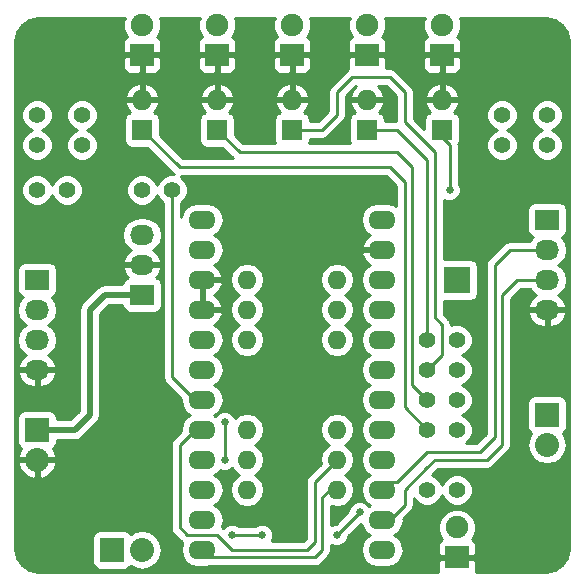
<source format=gtl>
G04 #@! TF.FileFunction,Copper,L1,Top,Signal*
%FSLAX46Y46*%
G04 Gerber Fmt 4.6, Leading zero omitted, Abs format (unit mm)*
G04 Created by KiCad (PCBNEW 4.0.4+dfsg1-stable) date Fri Mar  3 21:41:16 2017*
%MOMM*%
%LPD*%
G01*
G04 APERTURE LIST*
%ADD10C,0.100000*%
%ADD11R,2.032000X1.727200*%
%ADD12O,2.032000X1.727200*%
%ADD13R,2.032000X2.032000*%
%ADD14O,2.032000X2.032000*%
%ADD15O,2.300000X1.600000*%
%ADD16R,1.727200X1.727200*%
%ADD17O,1.727200X1.727200*%
%ADD18R,2.000000X1.900000*%
%ADD19C,1.900000*%
%ADD20C,4.064000*%
%ADD21R,2.235200X2.235200*%
%ADD22O,1.600000X1.600000*%
%ADD23C,1.397000*%
%ADD24C,0.635000*%
%ADD25C,0.254000*%
%ADD26C,0.508000*%
G04 APERTURE END LIST*
D10*
D11*
X45720000Y-83820000D03*
D12*
X45720000Y-86360000D03*
X45720000Y-88900000D03*
X45720000Y-91440000D03*
D11*
X54610000Y-85090000D03*
D12*
X54610000Y-82550000D03*
X54610000Y-80010000D03*
D13*
X45720000Y-96520000D03*
D14*
X45720000Y-99060000D03*
D15*
X59690000Y-78740000D03*
X59690000Y-81280000D03*
X59690000Y-83820000D03*
X59690000Y-86360000D03*
X59690000Y-88900000D03*
X59690000Y-91440000D03*
X59690000Y-93980000D03*
X59690000Y-96520000D03*
X59690000Y-99060000D03*
X59690000Y-101600000D03*
X59690000Y-104140000D03*
X59690000Y-106680000D03*
X74930000Y-106680000D03*
X74930000Y-104140000D03*
X74930000Y-101600000D03*
X74930000Y-99060000D03*
X74930000Y-96520000D03*
X74930000Y-93980000D03*
X74930000Y-91440000D03*
X74930000Y-88900000D03*
X74930000Y-86360000D03*
X74930000Y-83820000D03*
X74930000Y-81280000D03*
X74930000Y-78740000D03*
D16*
X80010000Y-71120000D03*
D17*
X80010000Y-68580000D03*
D16*
X73660000Y-71120000D03*
D17*
X73660000Y-68580000D03*
D16*
X67310000Y-71120000D03*
D17*
X67310000Y-68580000D03*
D16*
X60960000Y-71120000D03*
D17*
X60960000Y-68580000D03*
D16*
X54610000Y-71120000D03*
D17*
X54610000Y-68580000D03*
D18*
X81280000Y-107315000D03*
D19*
X81280000Y-104775000D03*
D20*
X88265000Y-64135000D03*
X46355000Y-106045000D03*
X46355000Y-64135000D03*
X88265000Y-106045000D03*
D21*
X81280000Y-83820000D03*
D11*
X88900000Y-78740000D03*
D12*
X88900000Y-81280000D03*
X88900000Y-83820000D03*
X88900000Y-86360000D03*
D13*
X52070000Y-106680000D03*
D14*
X54610000Y-106680000D03*
D13*
X88900000Y-95250000D03*
D14*
X88900000Y-97790000D03*
D22*
X63500000Y-83820000D03*
X63500000Y-86360000D03*
X63500000Y-88900000D03*
X63500000Y-91440000D03*
X63500000Y-93980000D03*
X63500000Y-96520000D03*
X63500000Y-99060000D03*
X63500000Y-101600000D03*
X71120000Y-101600000D03*
X71120000Y-99060000D03*
X71120000Y-96520000D03*
X71120000Y-93980000D03*
X71120000Y-91440000D03*
X71120000Y-88900000D03*
X71120000Y-86360000D03*
X71120000Y-83820000D03*
D18*
X54610000Y-64770000D03*
D19*
X54610000Y-62230000D03*
D18*
X60960000Y-64770000D03*
D19*
X60960000Y-62230000D03*
D18*
X73660000Y-64770000D03*
D19*
X73660000Y-62230000D03*
D18*
X80010000Y-64770000D03*
D19*
X80010000Y-62230000D03*
D18*
X67310000Y-64770000D03*
D19*
X67310000Y-62230000D03*
D23*
X45720000Y-69850000D03*
X45720000Y-72390000D03*
X49530000Y-69850000D03*
X49530000Y-72390000D03*
X48260000Y-76200000D03*
X45720000Y-76200000D03*
X85090000Y-69850000D03*
X85090000Y-72390000D03*
X88900000Y-69850000D03*
X88900000Y-72390000D03*
X54610000Y-76200000D03*
X57150000Y-76200000D03*
X81280000Y-96520000D03*
X78740000Y-96520000D03*
X81280000Y-93980000D03*
X78740000Y-93980000D03*
X81280000Y-91440000D03*
X78740000Y-91440000D03*
X81280000Y-88900000D03*
X78740000Y-88900000D03*
X81280000Y-101600000D03*
X78740000Y-101600000D03*
D24*
X66675000Y-95250000D03*
X66675000Y-96520000D03*
X66675000Y-97790000D03*
X66675000Y-99060000D03*
X66675000Y-100330000D03*
X67945000Y-100965000D03*
X67945000Y-99695000D03*
X67945000Y-98425000D03*
X67945000Y-97155000D03*
X67945000Y-95885000D03*
X67945000Y-94615000D03*
X67945000Y-93345000D03*
X67945000Y-92075000D03*
X67945000Y-90805000D03*
X67945000Y-89535000D03*
X67945000Y-88265000D03*
X67945000Y-86995000D03*
X66675000Y-86360000D03*
X66675000Y-87630000D03*
X66675000Y-88900000D03*
X66675000Y-90170000D03*
X66675000Y-91440000D03*
X66675000Y-92710000D03*
X66675000Y-93980000D03*
X62230000Y-105410000D03*
X64770000Y-105410000D03*
X73025000Y-103505000D03*
X71120000Y-105410000D03*
X61595000Y-99060000D03*
X61595000Y-95885000D03*
X80645000Y-76200000D03*
D25*
X63500000Y-93980000D02*
X66675000Y-93980000D01*
X66675000Y-97790000D02*
X66675000Y-96520000D01*
X66675000Y-100330000D02*
X66675000Y-99060000D01*
X67945000Y-99695000D02*
X67945000Y-100965000D01*
X67945000Y-97155000D02*
X67945000Y-98425000D01*
X67945000Y-94615000D02*
X67945000Y-95885000D01*
X67945000Y-92075000D02*
X67945000Y-93345000D01*
X67945000Y-89535000D02*
X67945000Y-90805000D01*
X67945000Y-86995000D02*
X67945000Y-88265000D01*
X66675000Y-87630000D02*
X66675000Y-86360000D01*
X66675000Y-90170000D02*
X66675000Y-88900000D01*
X66675000Y-92710000D02*
X66675000Y-91440000D01*
X78740000Y-98425000D02*
X76200000Y-100965000D01*
X76200000Y-100965000D02*
X75565000Y-100965000D01*
X75565000Y-100965000D02*
X74930000Y-101600000D01*
X85725000Y-81280000D02*
X88900000Y-81280000D01*
X84455000Y-82550000D02*
X85725000Y-81280000D01*
X84455000Y-97155000D02*
X84455000Y-82550000D01*
X83185000Y-98425000D02*
X84455000Y-97155000D01*
X78740000Y-98425000D02*
X83185000Y-98425000D01*
X76835000Y-101600000D02*
X78740000Y-99695000D01*
X78740000Y-99695000D02*
X79375000Y-99060000D01*
X74930000Y-104140000D02*
X75565000Y-104140000D01*
X75565000Y-104140000D02*
X76835000Y-102870000D01*
X76835000Y-102870000D02*
X76835000Y-101600000D01*
X79375000Y-99060000D02*
X83820000Y-99060000D01*
X83820000Y-99060000D02*
X85090000Y-97790000D01*
X85090000Y-97790000D02*
X85090000Y-85090000D01*
X85090000Y-85090000D02*
X86360000Y-83820000D01*
X86360000Y-83820000D02*
X88900000Y-83820000D01*
X88265000Y-95250000D02*
X88900000Y-95250000D01*
X78740000Y-88900000D02*
X78740000Y-73660000D01*
X76200000Y-71120000D02*
X73660000Y-71120000D01*
X78740000Y-73660000D02*
X76200000Y-71120000D01*
X78740000Y-88900000D02*
X78740000Y-88265000D01*
X78740000Y-96520000D02*
X76835000Y-94615000D01*
X57785000Y-74295000D02*
X54610000Y-71120000D01*
X75565000Y-74295000D02*
X57785000Y-74295000D01*
X76835000Y-75565000D02*
X75565000Y-74295000D01*
X76835000Y-94615000D02*
X76835000Y-75565000D01*
X77470000Y-92710000D02*
X77470000Y-74295000D01*
X76200000Y-73025000D02*
X62865000Y-73025000D01*
X77470000Y-74295000D02*
X76200000Y-73025000D01*
X78740000Y-93980000D02*
X77470000Y-92710000D01*
X62865000Y-73025000D02*
X60960000Y-71120000D01*
X78740000Y-91440000D02*
X80010000Y-90170000D01*
X69850000Y-71120000D02*
X67310000Y-71120000D01*
X71120000Y-69850000D02*
X69850000Y-71120000D01*
X71120000Y-67945000D02*
X71120000Y-69850000D01*
X72390000Y-66675000D02*
X71120000Y-67945000D01*
X75565000Y-66675000D02*
X72390000Y-66675000D01*
X76835000Y-67945000D02*
X75565000Y-66675000D01*
X76835000Y-70485000D02*
X76835000Y-67945000D01*
X79375000Y-73025000D02*
X76835000Y-70485000D01*
X79375000Y-86995000D02*
X79375000Y-73025000D01*
X80010000Y-87630000D02*
X79375000Y-86995000D01*
X80010000Y-90170000D02*
X80010000Y-87630000D01*
D26*
X54610000Y-85090000D02*
X51435000Y-85090000D01*
X48895000Y-96520000D02*
X45720000Y-96520000D01*
X50165000Y-95250000D02*
X48895000Y-96520000D01*
X50165000Y-86360000D02*
X50165000Y-95250000D01*
X51435000Y-85090000D02*
X50165000Y-86360000D01*
D25*
X71120000Y-99060000D02*
X69215000Y-100965000D01*
X68580000Y-106680000D02*
X62230000Y-106680000D01*
X69215000Y-106045000D02*
X68580000Y-106680000D01*
X69215000Y-100965000D02*
X69215000Y-106045000D01*
X59690000Y-96520000D02*
X59055000Y-96520000D01*
X59055000Y-96520000D02*
X57785000Y-97790000D01*
X60960000Y-105410000D02*
X62230000Y-106680000D01*
X58420000Y-105410000D02*
X60960000Y-105410000D01*
X57785000Y-104775000D02*
X58420000Y-105410000D01*
X57785000Y-97790000D02*
X57785000Y-104775000D01*
X73025000Y-103505000D02*
X71120000Y-105410000D01*
X62230000Y-105410000D02*
X64770000Y-105410000D01*
X59690000Y-99060000D02*
X60325000Y-99060000D01*
X61595000Y-95885000D02*
X61595000Y-99060000D01*
X71120000Y-101600000D02*
X70485000Y-101600000D01*
X70485000Y-101600000D02*
X69850000Y-102235000D01*
X69215000Y-107315000D02*
X60325000Y-107315000D01*
X69850000Y-106680000D02*
X69215000Y-107315000D01*
X69850000Y-102235000D02*
X69850000Y-106680000D01*
X60325000Y-107315000D02*
X59690000Y-106680000D01*
X80645000Y-72390000D02*
X80010000Y-71755000D01*
X80645000Y-76200000D02*
X80645000Y-72390000D01*
X80010000Y-71755000D02*
X80010000Y-71120000D01*
X59690000Y-93980000D02*
X59055000Y-93980000D01*
X59055000Y-93980000D02*
X57150000Y-92075000D01*
X57150000Y-92075000D02*
X57150000Y-76200000D01*
G36*
X53025276Y-61913341D02*
X53024725Y-62543893D01*
X53265519Y-63126657D01*
X53370545Y-63231867D01*
X53250302Y-63281673D01*
X53071673Y-63460301D01*
X52975000Y-63693690D01*
X52975000Y-64484250D01*
X53133750Y-64643000D01*
X54483000Y-64643000D01*
X54483000Y-64623000D01*
X54737000Y-64623000D01*
X54737000Y-64643000D01*
X56086250Y-64643000D01*
X56245000Y-64484250D01*
X56245000Y-63693690D01*
X56148327Y-63460301D01*
X55969698Y-63281673D01*
X55849749Y-63231988D01*
X55952914Y-63129003D01*
X56194724Y-62546659D01*
X56195275Y-61916107D01*
X56093585Y-61670000D01*
X59476320Y-61670000D01*
X59375276Y-61913341D01*
X59374725Y-62543893D01*
X59615519Y-63126657D01*
X59720545Y-63231867D01*
X59600302Y-63281673D01*
X59421673Y-63460301D01*
X59325000Y-63693690D01*
X59325000Y-64484250D01*
X59483750Y-64643000D01*
X60833000Y-64643000D01*
X60833000Y-64623000D01*
X61087000Y-64623000D01*
X61087000Y-64643000D01*
X62436250Y-64643000D01*
X62595000Y-64484250D01*
X62595000Y-63693690D01*
X62498327Y-63460301D01*
X62319698Y-63281673D01*
X62199749Y-63231988D01*
X62302914Y-63129003D01*
X62544724Y-62546659D01*
X62545275Y-61916107D01*
X62443585Y-61670000D01*
X65826320Y-61670000D01*
X65725276Y-61913341D01*
X65724725Y-62543893D01*
X65965519Y-63126657D01*
X66070545Y-63231867D01*
X65950302Y-63281673D01*
X65771673Y-63460301D01*
X65675000Y-63693690D01*
X65675000Y-64484250D01*
X65833750Y-64643000D01*
X67183000Y-64643000D01*
X67183000Y-64623000D01*
X67437000Y-64623000D01*
X67437000Y-64643000D01*
X68786250Y-64643000D01*
X68945000Y-64484250D01*
X68945000Y-63693690D01*
X68848327Y-63460301D01*
X68669698Y-63281673D01*
X68549749Y-63231988D01*
X68652914Y-63129003D01*
X68894724Y-62546659D01*
X68895275Y-61916107D01*
X68793585Y-61670000D01*
X72176320Y-61670000D01*
X72075276Y-61913341D01*
X72074725Y-62543893D01*
X72315519Y-63126657D01*
X72420545Y-63231867D01*
X72300302Y-63281673D01*
X72121673Y-63460301D01*
X72025000Y-63693690D01*
X72025000Y-64484250D01*
X72183750Y-64643000D01*
X73533000Y-64643000D01*
X73533000Y-64623000D01*
X73787000Y-64623000D01*
X73787000Y-64643000D01*
X75136250Y-64643000D01*
X75295000Y-64484250D01*
X75295000Y-63693690D01*
X75198327Y-63460301D01*
X75019698Y-63281673D01*
X74899749Y-63231988D01*
X75002914Y-63129003D01*
X75244724Y-62546659D01*
X75245275Y-61916107D01*
X75143585Y-61670000D01*
X78526320Y-61670000D01*
X78425276Y-61913341D01*
X78424725Y-62543893D01*
X78665519Y-63126657D01*
X78770545Y-63231867D01*
X78650302Y-63281673D01*
X78471673Y-63460301D01*
X78375000Y-63693690D01*
X78375000Y-64484250D01*
X78533750Y-64643000D01*
X79883000Y-64643000D01*
X79883000Y-64623000D01*
X80137000Y-64623000D01*
X80137000Y-64643000D01*
X81486250Y-64643000D01*
X81645000Y-64484250D01*
X81645000Y-63693690D01*
X81548327Y-63460301D01*
X81369698Y-63281673D01*
X81249749Y-63231988D01*
X81352914Y-63129003D01*
X81594724Y-62546659D01*
X81595275Y-61916107D01*
X81493585Y-61670000D01*
X88830069Y-61670000D01*
X89594989Y-61822152D01*
X90184170Y-62215830D01*
X90577848Y-62805011D01*
X90730000Y-63569931D01*
X90730000Y-106610069D01*
X90577848Y-107374989D01*
X90184170Y-107964170D01*
X89594989Y-108357848D01*
X88830069Y-108510000D01*
X82865837Y-108510000D01*
X82915000Y-108391310D01*
X82915000Y-107600750D01*
X82756250Y-107442000D01*
X81407000Y-107442000D01*
X81407000Y-107462000D01*
X81153000Y-107462000D01*
X81153000Y-107442000D01*
X79803750Y-107442000D01*
X79645000Y-107600750D01*
X79645000Y-108391310D01*
X79694163Y-108510000D01*
X45789931Y-108510000D01*
X45025011Y-108357848D01*
X44435830Y-107964170D01*
X44042152Y-107374989D01*
X43890000Y-106610069D01*
X43890000Y-105664000D01*
X50406560Y-105664000D01*
X50406560Y-107696000D01*
X50450838Y-107931317D01*
X50589910Y-108147441D01*
X50802110Y-108292431D01*
X51054000Y-108343440D01*
X53086000Y-108343440D01*
X53321317Y-108299162D01*
X53537441Y-108160090D01*
X53639198Y-108011163D01*
X53978190Y-108237670D01*
X54610000Y-108363345D01*
X55241810Y-108237670D01*
X55777433Y-107879778D01*
X56135325Y-107344155D01*
X56261000Y-106712345D01*
X56261000Y-106647655D01*
X56135325Y-106015845D01*
X55777433Y-105480222D01*
X55241810Y-105122330D01*
X54610000Y-104996655D01*
X53978190Y-105122330D01*
X53638208Y-105349499D01*
X53550090Y-105212559D01*
X53337890Y-105067569D01*
X53086000Y-105016560D01*
X51054000Y-105016560D01*
X50818683Y-105060838D01*
X50602559Y-105199910D01*
X50457569Y-105412110D01*
X50406560Y-105664000D01*
X43890000Y-105664000D01*
X43890000Y-99442944D01*
X44114025Y-99442944D01*
X44313615Y-99924818D01*
X44751621Y-100397188D01*
X45337054Y-100665983D01*
X45593000Y-100547367D01*
X45593000Y-99187000D01*
X45847000Y-99187000D01*
X45847000Y-100547367D01*
X46102946Y-100665983D01*
X46688379Y-100397188D01*
X47126385Y-99924818D01*
X47325975Y-99442944D01*
X47206836Y-99187000D01*
X45847000Y-99187000D01*
X45593000Y-99187000D01*
X44233164Y-99187000D01*
X44114025Y-99442944D01*
X43890000Y-99442944D01*
X43890000Y-95504000D01*
X44056560Y-95504000D01*
X44056560Y-97536000D01*
X44100838Y-97771317D01*
X44239910Y-97987441D01*
X44402948Y-98098840D01*
X44313615Y-98195182D01*
X44114025Y-98677056D01*
X44233164Y-98933000D01*
X45593000Y-98933000D01*
X45593000Y-98913000D01*
X45847000Y-98913000D01*
X45847000Y-98933000D01*
X47206836Y-98933000D01*
X47325975Y-98677056D01*
X47126385Y-98195182D01*
X47035903Y-98097602D01*
X47187441Y-98000090D01*
X47332431Y-97787890D01*
X47383440Y-97536000D01*
X47383440Y-97409000D01*
X48895000Y-97409000D01*
X49235206Y-97341329D01*
X49523618Y-97148618D01*
X50793618Y-95878618D01*
X50835455Y-95816004D01*
X50986329Y-95590206D01*
X51054000Y-95250000D01*
X51054000Y-86728236D01*
X51803236Y-85979000D01*
X52951339Y-85979000D01*
X52990838Y-86188917D01*
X53129910Y-86405041D01*
X53342110Y-86550031D01*
X53594000Y-86601040D01*
X55626000Y-86601040D01*
X55861317Y-86556762D01*
X56077441Y-86417690D01*
X56222431Y-86205490D01*
X56273440Y-85953600D01*
X56273440Y-84226400D01*
X56229162Y-83991083D01*
X56090090Y-83774959D01*
X55877890Y-83629969D01*
X55783073Y-83610768D01*
X55960732Y-83452036D01*
X56214709Y-82924791D01*
X56217358Y-82909026D01*
X56096217Y-82677000D01*
X54737000Y-82677000D01*
X54737000Y-82697000D01*
X54483000Y-82697000D01*
X54483000Y-82677000D01*
X53123783Y-82677000D01*
X53002642Y-82909026D01*
X53005291Y-82924791D01*
X53259268Y-83452036D01*
X53434845Y-83608907D01*
X53358683Y-83623238D01*
X53142559Y-83762310D01*
X52997569Y-83974510D01*
X52951704Y-84201000D01*
X51435000Y-84201000D01*
X51094794Y-84268671D01*
X50919193Y-84386004D01*
X50806382Y-84461382D01*
X49536382Y-85731382D01*
X49343671Y-86019794D01*
X49276000Y-86360000D01*
X49276000Y-94881764D01*
X48526764Y-95631000D01*
X47383440Y-95631000D01*
X47383440Y-95504000D01*
X47339162Y-95268683D01*
X47200090Y-95052559D01*
X46987890Y-94907569D01*
X46736000Y-94856560D01*
X44704000Y-94856560D01*
X44468683Y-94900838D01*
X44252559Y-95039910D01*
X44107569Y-95252110D01*
X44056560Y-95504000D01*
X43890000Y-95504000D01*
X43890000Y-91799026D01*
X44112642Y-91799026D01*
X44115291Y-91814791D01*
X44369268Y-92342036D01*
X44805680Y-92731954D01*
X45358087Y-92925184D01*
X45593000Y-92780924D01*
X45593000Y-91567000D01*
X45847000Y-91567000D01*
X45847000Y-92780924D01*
X46081913Y-92925184D01*
X46634320Y-92731954D01*
X47070732Y-92342036D01*
X47324709Y-91814791D01*
X47327358Y-91799026D01*
X47206217Y-91567000D01*
X45847000Y-91567000D01*
X45593000Y-91567000D01*
X44233783Y-91567000D01*
X44112642Y-91799026D01*
X43890000Y-91799026D01*
X43890000Y-86360000D01*
X44036655Y-86360000D01*
X44150729Y-86933489D01*
X44475585Y-87419670D01*
X44790366Y-87630000D01*
X44475585Y-87840330D01*
X44150729Y-88326511D01*
X44036655Y-88900000D01*
X44150729Y-89473489D01*
X44475585Y-89959670D01*
X44785069Y-90166461D01*
X44369268Y-90537964D01*
X44115291Y-91065209D01*
X44112642Y-91080974D01*
X44233783Y-91313000D01*
X45593000Y-91313000D01*
X45593000Y-91293000D01*
X45847000Y-91293000D01*
X45847000Y-91313000D01*
X47206217Y-91313000D01*
X47327358Y-91080974D01*
X47324709Y-91065209D01*
X47070732Y-90537964D01*
X46654931Y-90166461D01*
X46964415Y-89959670D01*
X47289271Y-89473489D01*
X47403345Y-88900000D01*
X47289271Y-88326511D01*
X46964415Y-87840330D01*
X46649634Y-87630000D01*
X46964415Y-87419670D01*
X47289271Y-86933489D01*
X47403345Y-86360000D01*
X47289271Y-85786511D01*
X46964415Y-85300330D01*
X46950087Y-85290757D01*
X46971317Y-85286762D01*
X47187441Y-85147690D01*
X47332431Y-84935490D01*
X47383440Y-84683600D01*
X47383440Y-82956400D01*
X47339162Y-82721083D01*
X47200090Y-82504959D01*
X46987890Y-82359969D01*
X46736000Y-82308960D01*
X44704000Y-82308960D01*
X44468683Y-82353238D01*
X44252559Y-82492310D01*
X44107569Y-82704510D01*
X44056560Y-82956400D01*
X44056560Y-84683600D01*
X44100838Y-84918917D01*
X44239910Y-85135041D01*
X44452110Y-85280031D01*
X44493439Y-85288400D01*
X44475585Y-85300330D01*
X44150729Y-85786511D01*
X44036655Y-86360000D01*
X43890000Y-86360000D01*
X43890000Y-80010000D01*
X52926655Y-80010000D01*
X53040729Y-80583489D01*
X53365585Y-81069670D01*
X53675069Y-81276461D01*
X53259268Y-81647964D01*
X53005291Y-82175209D01*
X53002642Y-82190974D01*
X53123783Y-82423000D01*
X54483000Y-82423000D01*
X54483000Y-82403000D01*
X54737000Y-82403000D01*
X54737000Y-82423000D01*
X56096217Y-82423000D01*
X56217358Y-82190974D01*
X56214709Y-82175209D01*
X55960732Y-81647964D01*
X55544931Y-81276461D01*
X55854415Y-81069670D01*
X56179271Y-80583489D01*
X56293345Y-80010000D01*
X56179271Y-79436511D01*
X55854415Y-78950330D01*
X55368234Y-78625474D01*
X54794745Y-78511400D01*
X54425255Y-78511400D01*
X53851766Y-78625474D01*
X53365585Y-78950330D01*
X53040729Y-79436511D01*
X52926655Y-80010000D01*
X43890000Y-80010000D01*
X43890000Y-76464086D01*
X44386269Y-76464086D01*
X44588854Y-76954380D01*
X44963647Y-77329827D01*
X45453587Y-77533268D01*
X45984086Y-77533731D01*
X46474380Y-77331146D01*
X46849827Y-76956353D01*
X46990094Y-76618554D01*
X47128854Y-76954380D01*
X47503647Y-77329827D01*
X47993587Y-77533268D01*
X48524086Y-77533731D01*
X49014380Y-77331146D01*
X49389827Y-76956353D01*
X49593268Y-76466413D01*
X49593731Y-75935914D01*
X49391146Y-75445620D01*
X49016353Y-75070173D01*
X48526413Y-74866732D01*
X47995914Y-74866269D01*
X47505620Y-75068854D01*
X47130173Y-75443647D01*
X46989906Y-75781446D01*
X46851146Y-75445620D01*
X46476353Y-75070173D01*
X45986413Y-74866732D01*
X45455914Y-74866269D01*
X44965620Y-75068854D01*
X44590173Y-75443647D01*
X44386732Y-75933587D01*
X44386269Y-76464086D01*
X43890000Y-76464086D01*
X43890000Y-70114086D01*
X44386269Y-70114086D01*
X44588854Y-70604380D01*
X44963647Y-70979827D01*
X45301446Y-71120094D01*
X44965620Y-71258854D01*
X44590173Y-71633647D01*
X44386732Y-72123587D01*
X44386269Y-72654086D01*
X44588854Y-73144380D01*
X44963647Y-73519827D01*
X45453587Y-73723268D01*
X45984086Y-73723731D01*
X46474380Y-73521146D01*
X46849827Y-73146353D01*
X47053268Y-72656413D01*
X47053731Y-72125914D01*
X46851146Y-71635620D01*
X46476353Y-71260173D01*
X46138554Y-71119906D01*
X46474380Y-70981146D01*
X46849827Y-70606353D01*
X47053268Y-70116413D01*
X47053270Y-70114086D01*
X48196269Y-70114086D01*
X48398854Y-70604380D01*
X48773647Y-70979827D01*
X49111446Y-71120094D01*
X48775620Y-71258854D01*
X48400173Y-71633647D01*
X48196732Y-72123587D01*
X48196269Y-72654086D01*
X48398854Y-73144380D01*
X48773647Y-73519827D01*
X49263587Y-73723268D01*
X49794086Y-73723731D01*
X50284380Y-73521146D01*
X50659827Y-73146353D01*
X50863268Y-72656413D01*
X50863731Y-72125914D01*
X50661146Y-71635620D01*
X50286353Y-71260173D01*
X49948554Y-71119906D01*
X50284380Y-70981146D01*
X50659827Y-70606353D01*
X50805140Y-70256400D01*
X53098960Y-70256400D01*
X53098960Y-71983600D01*
X53143238Y-72218917D01*
X53282310Y-72435041D01*
X53494510Y-72580031D01*
X53746400Y-72631040D01*
X55043410Y-72631040D01*
X57246185Y-74833815D01*
X57295290Y-74866626D01*
X56885914Y-74866269D01*
X56395620Y-75068854D01*
X56020173Y-75443647D01*
X55879906Y-75781446D01*
X55741146Y-75445620D01*
X55366353Y-75070173D01*
X54876413Y-74866732D01*
X54345914Y-74866269D01*
X53855620Y-75068854D01*
X53480173Y-75443647D01*
X53276732Y-75933587D01*
X53276269Y-76464086D01*
X53478854Y-76954380D01*
X53853647Y-77329827D01*
X54343587Y-77533268D01*
X54874086Y-77533731D01*
X55364380Y-77331146D01*
X55739827Y-76956353D01*
X55880094Y-76618554D01*
X56018854Y-76954380D01*
X56388000Y-77324170D01*
X56388000Y-92075000D01*
X56446004Y-92366605D01*
X56611185Y-92613815D01*
X57887839Y-93890469D01*
X57870030Y-93980000D01*
X57979263Y-94529151D01*
X58290332Y-94994698D01*
X58672418Y-95250000D01*
X58290332Y-95505302D01*
X57979263Y-95970849D01*
X57870030Y-96520000D01*
X57887839Y-96609531D01*
X57246185Y-97251185D01*
X57081004Y-97498395D01*
X57023000Y-97790000D01*
X57023000Y-104775000D01*
X57081004Y-105066605D01*
X57184413Y-105221367D01*
X57246185Y-105313815D01*
X57881185Y-105948816D01*
X58029377Y-106047834D01*
X58033079Y-106050308D01*
X57979263Y-106130849D01*
X57870030Y-106680000D01*
X57979263Y-107229151D01*
X58290332Y-107694698D01*
X58755879Y-108005767D01*
X59305030Y-108115000D01*
X60074970Y-108115000D01*
X60295504Y-108071133D01*
X60325000Y-108077000D01*
X69215000Y-108077000D01*
X69506605Y-108018996D01*
X69753815Y-107853815D01*
X70388816Y-107218815D01*
X70493815Y-107061672D01*
X70553996Y-106971605D01*
X70612000Y-106680000D01*
X70612000Y-106230413D01*
X70929705Y-106362335D01*
X71308633Y-106362665D01*
X71658843Y-106217961D01*
X71927020Y-105950253D01*
X72072335Y-105600295D01*
X72072392Y-105535238D01*
X73150020Y-104457610D01*
X73173211Y-104457630D01*
X73219263Y-104689151D01*
X73530332Y-105154698D01*
X73912418Y-105410000D01*
X73530332Y-105665302D01*
X73219263Y-106130849D01*
X73110030Y-106680000D01*
X73219263Y-107229151D01*
X73530332Y-107694698D01*
X73995879Y-108005767D01*
X74545030Y-108115000D01*
X75314970Y-108115000D01*
X75864121Y-108005767D01*
X76329668Y-107694698D01*
X76640737Y-107229151D01*
X76749970Y-106680000D01*
X76662188Y-106238690D01*
X79645000Y-106238690D01*
X79645000Y-107029250D01*
X79803750Y-107188000D01*
X81153000Y-107188000D01*
X81153000Y-107168000D01*
X81407000Y-107168000D01*
X81407000Y-107188000D01*
X82756250Y-107188000D01*
X82915000Y-107029250D01*
X82915000Y-106238690D01*
X82818327Y-106005301D01*
X82639698Y-105826673D01*
X82519749Y-105776988D01*
X82622914Y-105674003D01*
X82864724Y-105091659D01*
X82865275Y-104461107D01*
X82624481Y-103878343D01*
X82179003Y-103432086D01*
X81596659Y-103190276D01*
X80966107Y-103189725D01*
X80383343Y-103430519D01*
X79937086Y-103875997D01*
X79695276Y-104458341D01*
X79694725Y-105088893D01*
X79935519Y-105671657D01*
X80040545Y-105776867D01*
X79920302Y-105826673D01*
X79741673Y-106005301D01*
X79645000Y-106238690D01*
X76662188Y-106238690D01*
X76640737Y-106130849D01*
X76329668Y-105665302D01*
X75947582Y-105410000D01*
X76329668Y-105154698D01*
X76640737Y-104689151D01*
X76749970Y-104140000D01*
X76732161Y-104050469D01*
X77373815Y-103408816D01*
X77538996Y-103161605D01*
X77571738Y-102996999D01*
X77597000Y-102870000D01*
X77597000Y-102325691D01*
X77608854Y-102354380D01*
X77983647Y-102729827D01*
X78473587Y-102933268D01*
X79004086Y-102933731D01*
X79494380Y-102731146D01*
X79869827Y-102356353D01*
X80010094Y-102018554D01*
X80148854Y-102354380D01*
X80523647Y-102729827D01*
X81013587Y-102933268D01*
X81544086Y-102933731D01*
X82034380Y-102731146D01*
X82409827Y-102356353D01*
X82613268Y-101866413D01*
X82613731Y-101335914D01*
X82411146Y-100845620D01*
X82036353Y-100470173D01*
X81546413Y-100266732D01*
X81015914Y-100266269D01*
X80525620Y-100468854D01*
X80150173Y-100843647D01*
X80009906Y-101181446D01*
X79871146Y-100845620D01*
X79496353Y-100470173D01*
X79175632Y-100336998D01*
X79278815Y-100233815D01*
X79690631Y-99822000D01*
X83820000Y-99822000D01*
X84111605Y-99763996D01*
X84358815Y-99598815D01*
X85628815Y-98328816D01*
X85793996Y-98081605D01*
X85819179Y-97955000D01*
X85852000Y-97790000D01*
X87216655Y-97790000D01*
X87342330Y-98421810D01*
X87700222Y-98957433D01*
X88235845Y-99315325D01*
X88867655Y-99441000D01*
X88932345Y-99441000D01*
X89564155Y-99315325D01*
X90099778Y-98957433D01*
X90457670Y-98421810D01*
X90583345Y-97790000D01*
X90457670Y-97158190D01*
X90230501Y-96818208D01*
X90367441Y-96730090D01*
X90512431Y-96517890D01*
X90563440Y-96266000D01*
X90563440Y-94234000D01*
X90519162Y-93998683D01*
X90380090Y-93782559D01*
X90167890Y-93637569D01*
X89916000Y-93586560D01*
X87884000Y-93586560D01*
X87648683Y-93630838D01*
X87432559Y-93769910D01*
X87287569Y-93982110D01*
X87236560Y-94234000D01*
X87236560Y-96266000D01*
X87280838Y-96501317D01*
X87419910Y-96717441D01*
X87568837Y-96819198D01*
X87342330Y-97158190D01*
X87216655Y-97790000D01*
X85852000Y-97790000D01*
X85852000Y-86719026D01*
X87292642Y-86719026D01*
X87295291Y-86734791D01*
X87549268Y-87262036D01*
X87985680Y-87651954D01*
X88538087Y-87845184D01*
X88773000Y-87700924D01*
X88773000Y-86487000D01*
X89027000Y-86487000D01*
X89027000Y-87700924D01*
X89261913Y-87845184D01*
X89814320Y-87651954D01*
X90250732Y-87262036D01*
X90504709Y-86734791D01*
X90507358Y-86719026D01*
X90386217Y-86487000D01*
X89027000Y-86487000D01*
X88773000Y-86487000D01*
X87413783Y-86487000D01*
X87292642Y-86719026D01*
X85852000Y-86719026D01*
X85852000Y-85405630D01*
X86675631Y-84582000D01*
X87456688Y-84582000D01*
X87655585Y-84879670D01*
X87965069Y-85086461D01*
X87549268Y-85457964D01*
X87295291Y-85985209D01*
X87292642Y-86000974D01*
X87413783Y-86233000D01*
X88773000Y-86233000D01*
X88773000Y-86213000D01*
X89027000Y-86213000D01*
X89027000Y-86233000D01*
X90386217Y-86233000D01*
X90507358Y-86000974D01*
X90504709Y-85985209D01*
X90250732Y-85457964D01*
X89834931Y-85086461D01*
X90144415Y-84879670D01*
X90469271Y-84393489D01*
X90583345Y-83820000D01*
X90469271Y-83246511D01*
X90144415Y-82760330D01*
X89829634Y-82550000D01*
X90144415Y-82339670D01*
X90469271Y-81853489D01*
X90583345Y-81280000D01*
X90469271Y-80706511D01*
X90144415Y-80220330D01*
X90130087Y-80210757D01*
X90151317Y-80206762D01*
X90367441Y-80067690D01*
X90512431Y-79855490D01*
X90563440Y-79603600D01*
X90563440Y-77876400D01*
X90519162Y-77641083D01*
X90380090Y-77424959D01*
X90167890Y-77279969D01*
X89916000Y-77228960D01*
X87884000Y-77228960D01*
X87648683Y-77273238D01*
X87432559Y-77412310D01*
X87287569Y-77624510D01*
X87236560Y-77876400D01*
X87236560Y-79603600D01*
X87280838Y-79838917D01*
X87419910Y-80055041D01*
X87632110Y-80200031D01*
X87673439Y-80208400D01*
X87655585Y-80220330D01*
X87456688Y-80518000D01*
X85725000Y-80518000D01*
X85433395Y-80576004D01*
X85186184Y-80741185D01*
X83916185Y-82011185D01*
X83751004Y-82258395D01*
X83693000Y-82550000D01*
X83693000Y-96839369D01*
X82869370Y-97663000D01*
X82005691Y-97663000D01*
X82034380Y-97651146D01*
X82409827Y-97276353D01*
X82613268Y-96786413D01*
X82613731Y-96255914D01*
X82411146Y-95765620D01*
X82036353Y-95390173D01*
X81698554Y-95249906D01*
X82034380Y-95111146D01*
X82409827Y-94736353D01*
X82613268Y-94246413D01*
X82613731Y-93715914D01*
X82411146Y-93225620D01*
X82036353Y-92850173D01*
X81698554Y-92709906D01*
X82034380Y-92571146D01*
X82409827Y-92196353D01*
X82613268Y-91706413D01*
X82613731Y-91175914D01*
X82411146Y-90685620D01*
X82036353Y-90310173D01*
X81698554Y-90169906D01*
X82034380Y-90031146D01*
X82409827Y-89656353D01*
X82613268Y-89166413D01*
X82613731Y-88635914D01*
X82411146Y-88145620D01*
X82036353Y-87770173D01*
X81546413Y-87566732D01*
X81015914Y-87566269D01*
X80772000Y-87667052D01*
X80772000Y-87630000D01*
X80713996Y-87338395D01*
X80647834Y-87239377D01*
X80548816Y-87091185D01*
X80137000Y-86679370D01*
X80137000Y-85579896D01*
X80162400Y-85585040D01*
X82397600Y-85585040D01*
X82632917Y-85540762D01*
X82849041Y-85401690D01*
X82994031Y-85189490D01*
X83045040Y-84937600D01*
X83045040Y-82702400D01*
X83000762Y-82467083D01*
X82861690Y-82250959D01*
X82649490Y-82105969D01*
X82397600Y-82054960D01*
X80162400Y-82054960D01*
X80137000Y-82059739D01*
X80137000Y-77020413D01*
X80454705Y-77152335D01*
X80833633Y-77152665D01*
X81183843Y-77007961D01*
X81452020Y-76740253D01*
X81597335Y-76390295D01*
X81597665Y-76011367D01*
X81452961Y-75661157D01*
X81407000Y-75615115D01*
X81407000Y-72390000D01*
X81397408Y-72341777D01*
X81470031Y-72235490D01*
X81521040Y-71983600D01*
X81521040Y-70256400D01*
X81494262Y-70114086D01*
X83756269Y-70114086D01*
X83958854Y-70604380D01*
X84333647Y-70979827D01*
X84671446Y-71120094D01*
X84335620Y-71258854D01*
X83960173Y-71633647D01*
X83756732Y-72123587D01*
X83756269Y-72654086D01*
X83958854Y-73144380D01*
X84333647Y-73519827D01*
X84823587Y-73723268D01*
X85354086Y-73723731D01*
X85844380Y-73521146D01*
X86219827Y-73146353D01*
X86423268Y-72656413D01*
X86423731Y-72125914D01*
X86221146Y-71635620D01*
X85846353Y-71260173D01*
X85508554Y-71119906D01*
X85844380Y-70981146D01*
X86219827Y-70606353D01*
X86423268Y-70116413D01*
X86423270Y-70114086D01*
X87566269Y-70114086D01*
X87768854Y-70604380D01*
X88143647Y-70979827D01*
X88481446Y-71120094D01*
X88145620Y-71258854D01*
X87770173Y-71633647D01*
X87566732Y-72123587D01*
X87566269Y-72654086D01*
X87768854Y-73144380D01*
X88143647Y-73519827D01*
X88633587Y-73723268D01*
X89164086Y-73723731D01*
X89654380Y-73521146D01*
X90029827Y-73146353D01*
X90233268Y-72656413D01*
X90233731Y-72125914D01*
X90031146Y-71635620D01*
X89656353Y-71260173D01*
X89318554Y-71119906D01*
X89654380Y-70981146D01*
X90029827Y-70606353D01*
X90233268Y-70116413D01*
X90233731Y-69585914D01*
X90031146Y-69095620D01*
X89656353Y-68720173D01*
X89166413Y-68516732D01*
X88635914Y-68516269D01*
X88145620Y-68718854D01*
X87770173Y-69093647D01*
X87566732Y-69583587D01*
X87566269Y-70114086D01*
X86423270Y-70114086D01*
X86423731Y-69585914D01*
X86221146Y-69095620D01*
X85846353Y-68720173D01*
X85356413Y-68516732D01*
X84825914Y-68516269D01*
X84335620Y-68718854D01*
X83960173Y-69093647D01*
X83756732Y-69583587D01*
X83756269Y-70114086D01*
X81494262Y-70114086D01*
X81476762Y-70021083D01*
X81337690Y-69804959D01*
X81125490Y-69659969D01*
X81028549Y-69640338D01*
X81216821Y-69468490D01*
X81464968Y-68939027D01*
X81344469Y-68707000D01*
X80137000Y-68707000D01*
X80137000Y-68727000D01*
X79883000Y-68727000D01*
X79883000Y-68707000D01*
X78675531Y-68707000D01*
X78555032Y-68939027D01*
X78803179Y-69468490D01*
X78989433Y-69638495D01*
X78911083Y-69653238D01*
X78694959Y-69792310D01*
X78549969Y-70004510D01*
X78498960Y-70256400D01*
X78498960Y-71071330D01*
X77597000Y-70169370D01*
X77597000Y-68220973D01*
X78555032Y-68220973D01*
X78675531Y-68453000D01*
X79883000Y-68453000D01*
X79883000Y-67246183D01*
X80137000Y-67246183D01*
X80137000Y-68453000D01*
X81344469Y-68453000D01*
X81464968Y-68220973D01*
X81216821Y-67691510D01*
X80784947Y-67297312D01*
X80369026Y-67125042D01*
X80137000Y-67246183D01*
X79883000Y-67246183D01*
X79650974Y-67125042D01*
X79235053Y-67297312D01*
X78803179Y-67691510D01*
X78555032Y-68220973D01*
X77597000Y-68220973D01*
X77597000Y-67945000D01*
X77538996Y-67653395D01*
X77373815Y-67406184D01*
X76103815Y-66136185D01*
X76019278Y-66079699D01*
X75856605Y-65971004D01*
X75565000Y-65913000D01*
X75267376Y-65913000D01*
X75295000Y-65846310D01*
X75295000Y-65055750D01*
X78375000Y-65055750D01*
X78375000Y-65846310D01*
X78471673Y-66079699D01*
X78650302Y-66258327D01*
X78883691Y-66355000D01*
X79724250Y-66355000D01*
X79883000Y-66196250D01*
X79883000Y-64897000D01*
X80137000Y-64897000D01*
X80137000Y-66196250D01*
X80295750Y-66355000D01*
X81136309Y-66355000D01*
X81369698Y-66258327D01*
X81548327Y-66079699D01*
X81645000Y-65846310D01*
X81645000Y-65055750D01*
X81486250Y-64897000D01*
X80137000Y-64897000D01*
X79883000Y-64897000D01*
X78533750Y-64897000D01*
X78375000Y-65055750D01*
X75295000Y-65055750D01*
X75136250Y-64897000D01*
X73787000Y-64897000D01*
X73787000Y-64917000D01*
X73533000Y-64917000D01*
X73533000Y-64897000D01*
X72183750Y-64897000D01*
X72025000Y-65055750D01*
X72025000Y-65846310D01*
X72081364Y-65982384D01*
X71851184Y-66136185D01*
X70581186Y-67406184D01*
X70581185Y-67406185D01*
X70416004Y-67653395D01*
X70358000Y-67945000D01*
X70358000Y-69534369D01*
X69534370Y-70358000D01*
X68821040Y-70358000D01*
X68821040Y-70256400D01*
X68776762Y-70021083D01*
X68637690Y-69804959D01*
X68425490Y-69659969D01*
X68328549Y-69640338D01*
X68516821Y-69468490D01*
X68764968Y-68939027D01*
X68644469Y-68707000D01*
X67437000Y-68707000D01*
X67437000Y-68727000D01*
X67183000Y-68727000D01*
X67183000Y-68707000D01*
X65975531Y-68707000D01*
X65855032Y-68939027D01*
X66103179Y-69468490D01*
X66289433Y-69638495D01*
X66211083Y-69653238D01*
X65994959Y-69792310D01*
X65849969Y-70004510D01*
X65798960Y-70256400D01*
X65798960Y-71983600D01*
X65843238Y-72218917D01*
X65871605Y-72263000D01*
X63180630Y-72263000D01*
X62471040Y-71553410D01*
X62471040Y-70256400D01*
X62426762Y-70021083D01*
X62287690Y-69804959D01*
X62075490Y-69659969D01*
X61978549Y-69640338D01*
X62166821Y-69468490D01*
X62414968Y-68939027D01*
X62294469Y-68707000D01*
X61087000Y-68707000D01*
X61087000Y-68727000D01*
X60833000Y-68727000D01*
X60833000Y-68707000D01*
X59625531Y-68707000D01*
X59505032Y-68939027D01*
X59753179Y-69468490D01*
X59939433Y-69638495D01*
X59861083Y-69653238D01*
X59644959Y-69792310D01*
X59499969Y-70004510D01*
X59448960Y-70256400D01*
X59448960Y-71983600D01*
X59493238Y-72218917D01*
X59632310Y-72435041D01*
X59844510Y-72580031D01*
X60096400Y-72631040D01*
X61393410Y-72631040D01*
X62295370Y-73533000D01*
X58100630Y-73533000D01*
X56121040Y-71553410D01*
X56121040Y-70256400D01*
X56076762Y-70021083D01*
X55937690Y-69804959D01*
X55725490Y-69659969D01*
X55628549Y-69640338D01*
X55816821Y-69468490D01*
X56064968Y-68939027D01*
X55944469Y-68707000D01*
X54737000Y-68707000D01*
X54737000Y-68727000D01*
X54483000Y-68727000D01*
X54483000Y-68707000D01*
X53275531Y-68707000D01*
X53155032Y-68939027D01*
X53403179Y-69468490D01*
X53589433Y-69638495D01*
X53511083Y-69653238D01*
X53294959Y-69792310D01*
X53149969Y-70004510D01*
X53098960Y-70256400D01*
X50805140Y-70256400D01*
X50863268Y-70116413D01*
X50863731Y-69585914D01*
X50661146Y-69095620D01*
X50286353Y-68720173D01*
X49796413Y-68516732D01*
X49265914Y-68516269D01*
X48775620Y-68718854D01*
X48400173Y-69093647D01*
X48196732Y-69583587D01*
X48196269Y-70114086D01*
X47053270Y-70114086D01*
X47053731Y-69585914D01*
X46851146Y-69095620D01*
X46476353Y-68720173D01*
X45986413Y-68516732D01*
X45455914Y-68516269D01*
X44965620Y-68718854D01*
X44590173Y-69093647D01*
X44386732Y-69583587D01*
X44386269Y-70114086D01*
X43890000Y-70114086D01*
X43890000Y-68220973D01*
X53155032Y-68220973D01*
X53275531Y-68453000D01*
X54483000Y-68453000D01*
X54483000Y-67246183D01*
X54737000Y-67246183D01*
X54737000Y-68453000D01*
X55944469Y-68453000D01*
X56064968Y-68220973D01*
X59505032Y-68220973D01*
X59625531Y-68453000D01*
X60833000Y-68453000D01*
X60833000Y-67246183D01*
X61087000Y-67246183D01*
X61087000Y-68453000D01*
X62294469Y-68453000D01*
X62414968Y-68220973D01*
X65855032Y-68220973D01*
X65975531Y-68453000D01*
X67183000Y-68453000D01*
X67183000Y-67246183D01*
X67437000Y-67246183D01*
X67437000Y-68453000D01*
X68644469Y-68453000D01*
X68764968Y-68220973D01*
X68516821Y-67691510D01*
X68084947Y-67297312D01*
X67669026Y-67125042D01*
X67437000Y-67246183D01*
X67183000Y-67246183D01*
X66950974Y-67125042D01*
X66535053Y-67297312D01*
X66103179Y-67691510D01*
X65855032Y-68220973D01*
X62414968Y-68220973D01*
X62166821Y-67691510D01*
X61734947Y-67297312D01*
X61319026Y-67125042D01*
X61087000Y-67246183D01*
X60833000Y-67246183D01*
X60600974Y-67125042D01*
X60185053Y-67297312D01*
X59753179Y-67691510D01*
X59505032Y-68220973D01*
X56064968Y-68220973D01*
X55816821Y-67691510D01*
X55384947Y-67297312D01*
X54969026Y-67125042D01*
X54737000Y-67246183D01*
X54483000Y-67246183D01*
X54250974Y-67125042D01*
X53835053Y-67297312D01*
X53403179Y-67691510D01*
X53155032Y-68220973D01*
X43890000Y-68220973D01*
X43890000Y-65055750D01*
X52975000Y-65055750D01*
X52975000Y-65846310D01*
X53071673Y-66079699D01*
X53250302Y-66258327D01*
X53483691Y-66355000D01*
X54324250Y-66355000D01*
X54483000Y-66196250D01*
X54483000Y-64897000D01*
X54737000Y-64897000D01*
X54737000Y-66196250D01*
X54895750Y-66355000D01*
X55736309Y-66355000D01*
X55969698Y-66258327D01*
X56148327Y-66079699D01*
X56245000Y-65846310D01*
X56245000Y-65055750D01*
X59325000Y-65055750D01*
X59325000Y-65846310D01*
X59421673Y-66079699D01*
X59600302Y-66258327D01*
X59833691Y-66355000D01*
X60674250Y-66355000D01*
X60833000Y-66196250D01*
X60833000Y-64897000D01*
X61087000Y-64897000D01*
X61087000Y-66196250D01*
X61245750Y-66355000D01*
X62086309Y-66355000D01*
X62319698Y-66258327D01*
X62498327Y-66079699D01*
X62595000Y-65846310D01*
X62595000Y-65055750D01*
X65675000Y-65055750D01*
X65675000Y-65846310D01*
X65771673Y-66079699D01*
X65950302Y-66258327D01*
X66183691Y-66355000D01*
X67024250Y-66355000D01*
X67183000Y-66196250D01*
X67183000Y-64897000D01*
X67437000Y-64897000D01*
X67437000Y-66196250D01*
X67595750Y-66355000D01*
X68436309Y-66355000D01*
X68669698Y-66258327D01*
X68848327Y-66079699D01*
X68945000Y-65846310D01*
X68945000Y-65055750D01*
X68786250Y-64897000D01*
X67437000Y-64897000D01*
X67183000Y-64897000D01*
X65833750Y-64897000D01*
X65675000Y-65055750D01*
X62595000Y-65055750D01*
X62436250Y-64897000D01*
X61087000Y-64897000D01*
X60833000Y-64897000D01*
X59483750Y-64897000D01*
X59325000Y-65055750D01*
X56245000Y-65055750D01*
X56086250Y-64897000D01*
X54737000Y-64897000D01*
X54483000Y-64897000D01*
X53133750Y-64897000D01*
X52975000Y-65055750D01*
X43890000Y-65055750D01*
X43890000Y-63569931D01*
X44042152Y-62805011D01*
X44435830Y-62215830D01*
X45025011Y-61822152D01*
X45789931Y-61670000D01*
X53126320Y-61670000D01*
X53025276Y-61913341D01*
X53025276Y-61913341D01*
G37*
X53025276Y-61913341D02*
X53024725Y-62543893D01*
X53265519Y-63126657D01*
X53370545Y-63231867D01*
X53250302Y-63281673D01*
X53071673Y-63460301D01*
X52975000Y-63693690D01*
X52975000Y-64484250D01*
X53133750Y-64643000D01*
X54483000Y-64643000D01*
X54483000Y-64623000D01*
X54737000Y-64623000D01*
X54737000Y-64643000D01*
X56086250Y-64643000D01*
X56245000Y-64484250D01*
X56245000Y-63693690D01*
X56148327Y-63460301D01*
X55969698Y-63281673D01*
X55849749Y-63231988D01*
X55952914Y-63129003D01*
X56194724Y-62546659D01*
X56195275Y-61916107D01*
X56093585Y-61670000D01*
X59476320Y-61670000D01*
X59375276Y-61913341D01*
X59374725Y-62543893D01*
X59615519Y-63126657D01*
X59720545Y-63231867D01*
X59600302Y-63281673D01*
X59421673Y-63460301D01*
X59325000Y-63693690D01*
X59325000Y-64484250D01*
X59483750Y-64643000D01*
X60833000Y-64643000D01*
X60833000Y-64623000D01*
X61087000Y-64623000D01*
X61087000Y-64643000D01*
X62436250Y-64643000D01*
X62595000Y-64484250D01*
X62595000Y-63693690D01*
X62498327Y-63460301D01*
X62319698Y-63281673D01*
X62199749Y-63231988D01*
X62302914Y-63129003D01*
X62544724Y-62546659D01*
X62545275Y-61916107D01*
X62443585Y-61670000D01*
X65826320Y-61670000D01*
X65725276Y-61913341D01*
X65724725Y-62543893D01*
X65965519Y-63126657D01*
X66070545Y-63231867D01*
X65950302Y-63281673D01*
X65771673Y-63460301D01*
X65675000Y-63693690D01*
X65675000Y-64484250D01*
X65833750Y-64643000D01*
X67183000Y-64643000D01*
X67183000Y-64623000D01*
X67437000Y-64623000D01*
X67437000Y-64643000D01*
X68786250Y-64643000D01*
X68945000Y-64484250D01*
X68945000Y-63693690D01*
X68848327Y-63460301D01*
X68669698Y-63281673D01*
X68549749Y-63231988D01*
X68652914Y-63129003D01*
X68894724Y-62546659D01*
X68895275Y-61916107D01*
X68793585Y-61670000D01*
X72176320Y-61670000D01*
X72075276Y-61913341D01*
X72074725Y-62543893D01*
X72315519Y-63126657D01*
X72420545Y-63231867D01*
X72300302Y-63281673D01*
X72121673Y-63460301D01*
X72025000Y-63693690D01*
X72025000Y-64484250D01*
X72183750Y-64643000D01*
X73533000Y-64643000D01*
X73533000Y-64623000D01*
X73787000Y-64623000D01*
X73787000Y-64643000D01*
X75136250Y-64643000D01*
X75295000Y-64484250D01*
X75295000Y-63693690D01*
X75198327Y-63460301D01*
X75019698Y-63281673D01*
X74899749Y-63231988D01*
X75002914Y-63129003D01*
X75244724Y-62546659D01*
X75245275Y-61916107D01*
X75143585Y-61670000D01*
X78526320Y-61670000D01*
X78425276Y-61913341D01*
X78424725Y-62543893D01*
X78665519Y-63126657D01*
X78770545Y-63231867D01*
X78650302Y-63281673D01*
X78471673Y-63460301D01*
X78375000Y-63693690D01*
X78375000Y-64484250D01*
X78533750Y-64643000D01*
X79883000Y-64643000D01*
X79883000Y-64623000D01*
X80137000Y-64623000D01*
X80137000Y-64643000D01*
X81486250Y-64643000D01*
X81645000Y-64484250D01*
X81645000Y-63693690D01*
X81548327Y-63460301D01*
X81369698Y-63281673D01*
X81249749Y-63231988D01*
X81352914Y-63129003D01*
X81594724Y-62546659D01*
X81595275Y-61916107D01*
X81493585Y-61670000D01*
X88830069Y-61670000D01*
X89594989Y-61822152D01*
X90184170Y-62215830D01*
X90577848Y-62805011D01*
X90730000Y-63569931D01*
X90730000Y-106610069D01*
X90577848Y-107374989D01*
X90184170Y-107964170D01*
X89594989Y-108357848D01*
X88830069Y-108510000D01*
X82865837Y-108510000D01*
X82915000Y-108391310D01*
X82915000Y-107600750D01*
X82756250Y-107442000D01*
X81407000Y-107442000D01*
X81407000Y-107462000D01*
X81153000Y-107462000D01*
X81153000Y-107442000D01*
X79803750Y-107442000D01*
X79645000Y-107600750D01*
X79645000Y-108391310D01*
X79694163Y-108510000D01*
X45789931Y-108510000D01*
X45025011Y-108357848D01*
X44435830Y-107964170D01*
X44042152Y-107374989D01*
X43890000Y-106610069D01*
X43890000Y-105664000D01*
X50406560Y-105664000D01*
X50406560Y-107696000D01*
X50450838Y-107931317D01*
X50589910Y-108147441D01*
X50802110Y-108292431D01*
X51054000Y-108343440D01*
X53086000Y-108343440D01*
X53321317Y-108299162D01*
X53537441Y-108160090D01*
X53639198Y-108011163D01*
X53978190Y-108237670D01*
X54610000Y-108363345D01*
X55241810Y-108237670D01*
X55777433Y-107879778D01*
X56135325Y-107344155D01*
X56261000Y-106712345D01*
X56261000Y-106647655D01*
X56135325Y-106015845D01*
X55777433Y-105480222D01*
X55241810Y-105122330D01*
X54610000Y-104996655D01*
X53978190Y-105122330D01*
X53638208Y-105349499D01*
X53550090Y-105212559D01*
X53337890Y-105067569D01*
X53086000Y-105016560D01*
X51054000Y-105016560D01*
X50818683Y-105060838D01*
X50602559Y-105199910D01*
X50457569Y-105412110D01*
X50406560Y-105664000D01*
X43890000Y-105664000D01*
X43890000Y-99442944D01*
X44114025Y-99442944D01*
X44313615Y-99924818D01*
X44751621Y-100397188D01*
X45337054Y-100665983D01*
X45593000Y-100547367D01*
X45593000Y-99187000D01*
X45847000Y-99187000D01*
X45847000Y-100547367D01*
X46102946Y-100665983D01*
X46688379Y-100397188D01*
X47126385Y-99924818D01*
X47325975Y-99442944D01*
X47206836Y-99187000D01*
X45847000Y-99187000D01*
X45593000Y-99187000D01*
X44233164Y-99187000D01*
X44114025Y-99442944D01*
X43890000Y-99442944D01*
X43890000Y-95504000D01*
X44056560Y-95504000D01*
X44056560Y-97536000D01*
X44100838Y-97771317D01*
X44239910Y-97987441D01*
X44402948Y-98098840D01*
X44313615Y-98195182D01*
X44114025Y-98677056D01*
X44233164Y-98933000D01*
X45593000Y-98933000D01*
X45593000Y-98913000D01*
X45847000Y-98913000D01*
X45847000Y-98933000D01*
X47206836Y-98933000D01*
X47325975Y-98677056D01*
X47126385Y-98195182D01*
X47035903Y-98097602D01*
X47187441Y-98000090D01*
X47332431Y-97787890D01*
X47383440Y-97536000D01*
X47383440Y-97409000D01*
X48895000Y-97409000D01*
X49235206Y-97341329D01*
X49523618Y-97148618D01*
X50793618Y-95878618D01*
X50835455Y-95816004D01*
X50986329Y-95590206D01*
X51054000Y-95250000D01*
X51054000Y-86728236D01*
X51803236Y-85979000D01*
X52951339Y-85979000D01*
X52990838Y-86188917D01*
X53129910Y-86405041D01*
X53342110Y-86550031D01*
X53594000Y-86601040D01*
X55626000Y-86601040D01*
X55861317Y-86556762D01*
X56077441Y-86417690D01*
X56222431Y-86205490D01*
X56273440Y-85953600D01*
X56273440Y-84226400D01*
X56229162Y-83991083D01*
X56090090Y-83774959D01*
X55877890Y-83629969D01*
X55783073Y-83610768D01*
X55960732Y-83452036D01*
X56214709Y-82924791D01*
X56217358Y-82909026D01*
X56096217Y-82677000D01*
X54737000Y-82677000D01*
X54737000Y-82697000D01*
X54483000Y-82697000D01*
X54483000Y-82677000D01*
X53123783Y-82677000D01*
X53002642Y-82909026D01*
X53005291Y-82924791D01*
X53259268Y-83452036D01*
X53434845Y-83608907D01*
X53358683Y-83623238D01*
X53142559Y-83762310D01*
X52997569Y-83974510D01*
X52951704Y-84201000D01*
X51435000Y-84201000D01*
X51094794Y-84268671D01*
X50919193Y-84386004D01*
X50806382Y-84461382D01*
X49536382Y-85731382D01*
X49343671Y-86019794D01*
X49276000Y-86360000D01*
X49276000Y-94881764D01*
X48526764Y-95631000D01*
X47383440Y-95631000D01*
X47383440Y-95504000D01*
X47339162Y-95268683D01*
X47200090Y-95052559D01*
X46987890Y-94907569D01*
X46736000Y-94856560D01*
X44704000Y-94856560D01*
X44468683Y-94900838D01*
X44252559Y-95039910D01*
X44107569Y-95252110D01*
X44056560Y-95504000D01*
X43890000Y-95504000D01*
X43890000Y-91799026D01*
X44112642Y-91799026D01*
X44115291Y-91814791D01*
X44369268Y-92342036D01*
X44805680Y-92731954D01*
X45358087Y-92925184D01*
X45593000Y-92780924D01*
X45593000Y-91567000D01*
X45847000Y-91567000D01*
X45847000Y-92780924D01*
X46081913Y-92925184D01*
X46634320Y-92731954D01*
X47070732Y-92342036D01*
X47324709Y-91814791D01*
X47327358Y-91799026D01*
X47206217Y-91567000D01*
X45847000Y-91567000D01*
X45593000Y-91567000D01*
X44233783Y-91567000D01*
X44112642Y-91799026D01*
X43890000Y-91799026D01*
X43890000Y-86360000D01*
X44036655Y-86360000D01*
X44150729Y-86933489D01*
X44475585Y-87419670D01*
X44790366Y-87630000D01*
X44475585Y-87840330D01*
X44150729Y-88326511D01*
X44036655Y-88900000D01*
X44150729Y-89473489D01*
X44475585Y-89959670D01*
X44785069Y-90166461D01*
X44369268Y-90537964D01*
X44115291Y-91065209D01*
X44112642Y-91080974D01*
X44233783Y-91313000D01*
X45593000Y-91313000D01*
X45593000Y-91293000D01*
X45847000Y-91293000D01*
X45847000Y-91313000D01*
X47206217Y-91313000D01*
X47327358Y-91080974D01*
X47324709Y-91065209D01*
X47070732Y-90537964D01*
X46654931Y-90166461D01*
X46964415Y-89959670D01*
X47289271Y-89473489D01*
X47403345Y-88900000D01*
X47289271Y-88326511D01*
X46964415Y-87840330D01*
X46649634Y-87630000D01*
X46964415Y-87419670D01*
X47289271Y-86933489D01*
X47403345Y-86360000D01*
X47289271Y-85786511D01*
X46964415Y-85300330D01*
X46950087Y-85290757D01*
X46971317Y-85286762D01*
X47187441Y-85147690D01*
X47332431Y-84935490D01*
X47383440Y-84683600D01*
X47383440Y-82956400D01*
X47339162Y-82721083D01*
X47200090Y-82504959D01*
X46987890Y-82359969D01*
X46736000Y-82308960D01*
X44704000Y-82308960D01*
X44468683Y-82353238D01*
X44252559Y-82492310D01*
X44107569Y-82704510D01*
X44056560Y-82956400D01*
X44056560Y-84683600D01*
X44100838Y-84918917D01*
X44239910Y-85135041D01*
X44452110Y-85280031D01*
X44493439Y-85288400D01*
X44475585Y-85300330D01*
X44150729Y-85786511D01*
X44036655Y-86360000D01*
X43890000Y-86360000D01*
X43890000Y-80010000D01*
X52926655Y-80010000D01*
X53040729Y-80583489D01*
X53365585Y-81069670D01*
X53675069Y-81276461D01*
X53259268Y-81647964D01*
X53005291Y-82175209D01*
X53002642Y-82190974D01*
X53123783Y-82423000D01*
X54483000Y-82423000D01*
X54483000Y-82403000D01*
X54737000Y-82403000D01*
X54737000Y-82423000D01*
X56096217Y-82423000D01*
X56217358Y-82190974D01*
X56214709Y-82175209D01*
X55960732Y-81647964D01*
X55544931Y-81276461D01*
X55854415Y-81069670D01*
X56179271Y-80583489D01*
X56293345Y-80010000D01*
X56179271Y-79436511D01*
X55854415Y-78950330D01*
X55368234Y-78625474D01*
X54794745Y-78511400D01*
X54425255Y-78511400D01*
X53851766Y-78625474D01*
X53365585Y-78950330D01*
X53040729Y-79436511D01*
X52926655Y-80010000D01*
X43890000Y-80010000D01*
X43890000Y-76464086D01*
X44386269Y-76464086D01*
X44588854Y-76954380D01*
X44963647Y-77329827D01*
X45453587Y-77533268D01*
X45984086Y-77533731D01*
X46474380Y-77331146D01*
X46849827Y-76956353D01*
X46990094Y-76618554D01*
X47128854Y-76954380D01*
X47503647Y-77329827D01*
X47993587Y-77533268D01*
X48524086Y-77533731D01*
X49014380Y-77331146D01*
X49389827Y-76956353D01*
X49593268Y-76466413D01*
X49593731Y-75935914D01*
X49391146Y-75445620D01*
X49016353Y-75070173D01*
X48526413Y-74866732D01*
X47995914Y-74866269D01*
X47505620Y-75068854D01*
X47130173Y-75443647D01*
X46989906Y-75781446D01*
X46851146Y-75445620D01*
X46476353Y-75070173D01*
X45986413Y-74866732D01*
X45455914Y-74866269D01*
X44965620Y-75068854D01*
X44590173Y-75443647D01*
X44386732Y-75933587D01*
X44386269Y-76464086D01*
X43890000Y-76464086D01*
X43890000Y-70114086D01*
X44386269Y-70114086D01*
X44588854Y-70604380D01*
X44963647Y-70979827D01*
X45301446Y-71120094D01*
X44965620Y-71258854D01*
X44590173Y-71633647D01*
X44386732Y-72123587D01*
X44386269Y-72654086D01*
X44588854Y-73144380D01*
X44963647Y-73519827D01*
X45453587Y-73723268D01*
X45984086Y-73723731D01*
X46474380Y-73521146D01*
X46849827Y-73146353D01*
X47053268Y-72656413D01*
X47053731Y-72125914D01*
X46851146Y-71635620D01*
X46476353Y-71260173D01*
X46138554Y-71119906D01*
X46474380Y-70981146D01*
X46849827Y-70606353D01*
X47053268Y-70116413D01*
X47053270Y-70114086D01*
X48196269Y-70114086D01*
X48398854Y-70604380D01*
X48773647Y-70979827D01*
X49111446Y-71120094D01*
X48775620Y-71258854D01*
X48400173Y-71633647D01*
X48196732Y-72123587D01*
X48196269Y-72654086D01*
X48398854Y-73144380D01*
X48773647Y-73519827D01*
X49263587Y-73723268D01*
X49794086Y-73723731D01*
X50284380Y-73521146D01*
X50659827Y-73146353D01*
X50863268Y-72656413D01*
X50863731Y-72125914D01*
X50661146Y-71635620D01*
X50286353Y-71260173D01*
X49948554Y-71119906D01*
X50284380Y-70981146D01*
X50659827Y-70606353D01*
X50805140Y-70256400D01*
X53098960Y-70256400D01*
X53098960Y-71983600D01*
X53143238Y-72218917D01*
X53282310Y-72435041D01*
X53494510Y-72580031D01*
X53746400Y-72631040D01*
X55043410Y-72631040D01*
X57246185Y-74833815D01*
X57295290Y-74866626D01*
X56885914Y-74866269D01*
X56395620Y-75068854D01*
X56020173Y-75443647D01*
X55879906Y-75781446D01*
X55741146Y-75445620D01*
X55366353Y-75070173D01*
X54876413Y-74866732D01*
X54345914Y-74866269D01*
X53855620Y-75068854D01*
X53480173Y-75443647D01*
X53276732Y-75933587D01*
X53276269Y-76464086D01*
X53478854Y-76954380D01*
X53853647Y-77329827D01*
X54343587Y-77533268D01*
X54874086Y-77533731D01*
X55364380Y-77331146D01*
X55739827Y-76956353D01*
X55880094Y-76618554D01*
X56018854Y-76954380D01*
X56388000Y-77324170D01*
X56388000Y-92075000D01*
X56446004Y-92366605D01*
X56611185Y-92613815D01*
X57887839Y-93890469D01*
X57870030Y-93980000D01*
X57979263Y-94529151D01*
X58290332Y-94994698D01*
X58672418Y-95250000D01*
X58290332Y-95505302D01*
X57979263Y-95970849D01*
X57870030Y-96520000D01*
X57887839Y-96609531D01*
X57246185Y-97251185D01*
X57081004Y-97498395D01*
X57023000Y-97790000D01*
X57023000Y-104775000D01*
X57081004Y-105066605D01*
X57184413Y-105221367D01*
X57246185Y-105313815D01*
X57881185Y-105948816D01*
X58029377Y-106047834D01*
X58033079Y-106050308D01*
X57979263Y-106130849D01*
X57870030Y-106680000D01*
X57979263Y-107229151D01*
X58290332Y-107694698D01*
X58755879Y-108005767D01*
X59305030Y-108115000D01*
X60074970Y-108115000D01*
X60295504Y-108071133D01*
X60325000Y-108077000D01*
X69215000Y-108077000D01*
X69506605Y-108018996D01*
X69753815Y-107853815D01*
X70388816Y-107218815D01*
X70493815Y-107061672D01*
X70553996Y-106971605D01*
X70612000Y-106680000D01*
X70612000Y-106230413D01*
X70929705Y-106362335D01*
X71308633Y-106362665D01*
X71658843Y-106217961D01*
X71927020Y-105950253D01*
X72072335Y-105600295D01*
X72072392Y-105535238D01*
X73150020Y-104457610D01*
X73173211Y-104457630D01*
X73219263Y-104689151D01*
X73530332Y-105154698D01*
X73912418Y-105410000D01*
X73530332Y-105665302D01*
X73219263Y-106130849D01*
X73110030Y-106680000D01*
X73219263Y-107229151D01*
X73530332Y-107694698D01*
X73995879Y-108005767D01*
X74545030Y-108115000D01*
X75314970Y-108115000D01*
X75864121Y-108005767D01*
X76329668Y-107694698D01*
X76640737Y-107229151D01*
X76749970Y-106680000D01*
X76662188Y-106238690D01*
X79645000Y-106238690D01*
X79645000Y-107029250D01*
X79803750Y-107188000D01*
X81153000Y-107188000D01*
X81153000Y-107168000D01*
X81407000Y-107168000D01*
X81407000Y-107188000D01*
X82756250Y-107188000D01*
X82915000Y-107029250D01*
X82915000Y-106238690D01*
X82818327Y-106005301D01*
X82639698Y-105826673D01*
X82519749Y-105776988D01*
X82622914Y-105674003D01*
X82864724Y-105091659D01*
X82865275Y-104461107D01*
X82624481Y-103878343D01*
X82179003Y-103432086D01*
X81596659Y-103190276D01*
X80966107Y-103189725D01*
X80383343Y-103430519D01*
X79937086Y-103875997D01*
X79695276Y-104458341D01*
X79694725Y-105088893D01*
X79935519Y-105671657D01*
X80040545Y-105776867D01*
X79920302Y-105826673D01*
X79741673Y-106005301D01*
X79645000Y-106238690D01*
X76662188Y-106238690D01*
X76640737Y-106130849D01*
X76329668Y-105665302D01*
X75947582Y-105410000D01*
X76329668Y-105154698D01*
X76640737Y-104689151D01*
X76749970Y-104140000D01*
X76732161Y-104050469D01*
X77373815Y-103408816D01*
X77538996Y-103161605D01*
X77571738Y-102996999D01*
X77597000Y-102870000D01*
X77597000Y-102325691D01*
X77608854Y-102354380D01*
X77983647Y-102729827D01*
X78473587Y-102933268D01*
X79004086Y-102933731D01*
X79494380Y-102731146D01*
X79869827Y-102356353D01*
X80010094Y-102018554D01*
X80148854Y-102354380D01*
X80523647Y-102729827D01*
X81013587Y-102933268D01*
X81544086Y-102933731D01*
X82034380Y-102731146D01*
X82409827Y-102356353D01*
X82613268Y-101866413D01*
X82613731Y-101335914D01*
X82411146Y-100845620D01*
X82036353Y-100470173D01*
X81546413Y-100266732D01*
X81015914Y-100266269D01*
X80525620Y-100468854D01*
X80150173Y-100843647D01*
X80009906Y-101181446D01*
X79871146Y-100845620D01*
X79496353Y-100470173D01*
X79175632Y-100336998D01*
X79278815Y-100233815D01*
X79690631Y-99822000D01*
X83820000Y-99822000D01*
X84111605Y-99763996D01*
X84358815Y-99598815D01*
X85628815Y-98328816D01*
X85793996Y-98081605D01*
X85819179Y-97955000D01*
X85852000Y-97790000D01*
X87216655Y-97790000D01*
X87342330Y-98421810D01*
X87700222Y-98957433D01*
X88235845Y-99315325D01*
X88867655Y-99441000D01*
X88932345Y-99441000D01*
X89564155Y-99315325D01*
X90099778Y-98957433D01*
X90457670Y-98421810D01*
X90583345Y-97790000D01*
X90457670Y-97158190D01*
X90230501Y-96818208D01*
X90367441Y-96730090D01*
X90512431Y-96517890D01*
X90563440Y-96266000D01*
X90563440Y-94234000D01*
X90519162Y-93998683D01*
X90380090Y-93782559D01*
X90167890Y-93637569D01*
X89916000Y-93586560D01*
X87884000Y-93586560D01*
X87648683Y-93630838D01*
X87432559Y-93769910D01*
X87287569Y-93982110D01*
X87236560Y-94234000D01*
X87236560Y-96266000D01*
X87280838Y-96501317D01*
X87419910Y-96717441D01*
X87568837Y-96819198D01*
X87342330Y-97158190D01*
X87216655Y-97790000D01*
X85852000Y-97790000D01*
X85852000Y-86719026D01*
X87292642Y-86719026D01*
X87295291Y-86734791D01*
X87549268Y-87262036D01*
X87985680Y-87651954D01*
X88538087Y-87845184D01*
X88773000Y-87700924D01*
X88773000Y-86487000D01*
X89027000Y-86487000D01*
X89027000Y-87700924D01*
X89261913Y-87845184D01*
X89814320Y-87651954D01*
X90250732Y-87262036D01*
X90504709Y-86734791D01*
X90507358Y-86719026D01*
X90386217Y-86487000D01*
X89027000Y-86487000D01*
X88773000Y-86487000D01*
X87413783Y-86487000D01*
X87292642Y-86719026D01*
X85852000Y-86719026D01*
X85852000Y-85405630D01*
X86675631Y-84582000D01*
X87456688Y-84582000D01*
X87655585Y-84879670D01*
X87965069Y-85086461D01*
X87549268Y-85457964D01*
X87295291Y-85985209D01*
X87292642Y-86000974D01*
X87413783Y-86233000D01*
X88773000Y-86233000D01*
X88773000Y-86213000D01*
X89027000Y-86213000D01*
X89027000Y-86233000D01*
X90386217Y-86233000D01*
X90507358Y-86000974D01*
X90504709Y-85985209D01*
X90250732Y-85457964D01*
X89834931Y-85086461D01*
X90144415Y-84879670D01*
X90469271Y-84393489D01*
X90583345Y-83820000D01*
X90469271Y-83246511D01*
X90144415Y-82760330D01*
X89829634Y-82550000D01*
X90144415Y-82339670D01*
X90469271Y-81853489D01*
X90583345Y-81280000D01*
X90469271Y-80706511D01*
X90144415Y-80220330D01*
X90130087Y-80210757D01*
X90151317Y-80206762D01*
X90367441Y-80067690D01*
X90512431Y-79855490D01*
X90563440Y-79603600D01*
X90563440Y-77876400D01*
X90519162Y-77641083D01*
X90380090Y-77424959D01*
X90167890Y-77279969D01*
X89916000Y-77228960D01*
X87884000Y-77228960D01*
X87648683Y-77273238D01*
X87432559Y-77412310D01*
X87287569Y-77624510D01*
X87236560Y-77876400D01*
X87236560Y-79603600D01*
X87280838Y-79838917D01*
X87419910Y-80055041D01*
X87632110Y-80200031D01*
X87673439Y-80208400D01*
X87655585Y-80220330D01*
X87456688Y-80518000D01*
X85725000Y-80518000D01*
X85433395Y-80576004D01*
X85186184Y-80741185D01*
X83916185Y-82011185D01*
X83751004Y-82258395D01*
X83693000Y-82550000D01*
X83693000Y-96839369D01*
X82869370Y-97663000D01*
X82005691Y-97663000D01*
X82034380Y-97651146D01*
X82409827Y-97276353D01*
X82613268Y-96786413D01*
X82613731Y-96255914D01*
X82411146Y-95765620D01*
X82036353Y-95390173D01*
X81698554Y-95249906D01*
X82034380Y-95111146D01*
X82409827Y-94736353D01*
X82613268Y-94246413D01*
X82613731Y-93715914D01*
X82411146Y-93225620D01*
X82036353Y-92850173D01*
X81698554Y-92709906D01*
X82034380Y-92571146D01*
X82409827Y-92196353D01*
X82613268Y-91706413D01*
X82613731Y-91175914D01*
X82411146Y-90685620D01*
X82036353Y-90310173D01*
X81698554Y-90169906D01*
X82034380Y-90031146D01*
X82409827Y-89656353D01*
X82613268Y-89166413D01*
X82613731Y-88635914D01*
X82411146Y-88145620D01*
X82036353Y-87770173D01*
X81546413Y-87566732D01*
X81015914Y-87566269D01*
X80772000Y-87667052D01*
X80772000Y-87630000D01*
X80713996Y-87338395D01*
X80647834Y-87239377D01*
X80548816Y-87091185D01*
X80137000Y-86679370D01*
X80137000Y-85579896D01*
X80162400Y-85585040D01*
X82397600Y-85585040D01*
X82632917Y-85540762D01*
X82849041Y-85401690D01*
X82994031Y-85189490D01*
X83045040Y-84937600D01*
X83045040Y-82702400D01*
X83000762Y-82467083D01*
X82861690Y-82250959D01*
X82649490Y-82105969D01*
X82397600Y-82054960D01*
X80162400Y-82054960D01*
X80137000Y-82059739D01*
X80137000Y-77020413D01*
X80454705Y-77152335D01*
X80833633Y-77152665D01*
X81183843Y-77007961D01*
X81452020Y-76740253D01*
X81597335Y-76390295D01*
X81597665Y-76011367D01*
X81452961Y-75661157D01*
X81407000Y-75615115D01*
X81407000Y-72390000D01*
X81397408Y-72341777D01*
X81470031Y-72235490D01*
X81521040Y-71983600D01*
X81521040Y-70256400D01*
X81494262Y-70114086D01*
X83756269Y-70114086D01*
X83958854Y-70604380D01*
X84333647Y-70979827D01*
X84671446Y-71120094D01*
X84335620Y-71258854D01*
X83960173Y-71633647D01*
X83756732Y-72123587D01*
X83756269Y-72654086D01*
X83958854Y-73144380D01*
X84333647Y-73519827D01*
X84823587Y-73723268D01*
X85354086Y-73723731D01*
X85844380Y-73521146D01*
X86219827Y-73146353D01*
X86423268Y-72656413D01*
X86423731Y-72125914D01*
X86221146Y-71635620D01*
X85846353Y-71260173D01*
X85508554Y-71119906D01*
X85844380Y-70981146D01*
X86219827Y-70606353D01*
X86423268Y-70116413D01*
X86423270Y-70114086D01*
X87566269Y-70114086D01*
X87768854Y-70604380D01*
X88143647Y-70979827D01*
X88481446Y-71120094D01*
X88145620Y-71258854D01*
X87770173Y-71633647D01*
X87566732Y-72123587D01*
X87566269Y-72654086D01*
X87768854Y-73144380D01*
X88143647Y-73519827D01*
X88633587Y-73723268D01*
X89164086Y-73723731D01*
X89654380Y-73521146D01*
X90029827Y-73146353D01*
X90233268Y-72656413D01*
X90233731Y-72125914D01*
X90031146Y-71635620D01*
X89656353Y-71260173D01*
X89318554Y-71119906D01*
X89654380Y-70981146D01*
X90029827Y-70606353D01*
X90233268Y-70116413D01*
X90233731Y-69585914D01*
X90031146Y-69095620D01*
X89656353Y-68720173D01*
X89166413Y-68516732D01*
X88635914Y-68516269D01*
X88145620Y-68718854D01*
X87770173Y-69093647D01*
X87566732Y-69583587D01*
X87566269Y-70114086D01*
X86423270Y-70114086D01*
X86423731Y-69585914D01*
X86221146Y-69095620D01*
X85846353Y-68720173D01*
X85356413Y-68516732D01*
X84825914Y-68516269D01*
X84335620Y-68718854D01*
X83960173Y-69093647D01*
X83756732Y-69583587D01*
X83756269Y-70114086D01*
X81494262Y-70114086D01*
X81476762Y-70021083D01*
X81337690Y-69804959D01*
X81125490Y-69659969D01*
X81028549Y-69640338D01*
X81216821Y-69468490D01*
X81464968Y-68939027D01*
X81344469Y-68707000D01*
X80137000Y-68707000D01*
X80137000Y-68727000D01*
X79883000Y-68727000D01*
X79883000Y-68707000D01*
X78675531Y-68707000D01*
X78555032Y-68939027D01*
X78803179Y-69468490D01*
X78989433Y-69638495D01*
X78911083Y-69653238D01*
X78694959Y-69792310D01*
X78549969Y-70004510D01*
X78498960Y-70256400D01*
X78498960Y-71071330D01*
X77597000Y-70169370D01*
X77597000Y-68220973D01*
X78555032Y-68220973D01*
X78675531Y-68453000D01*
X79883000Y-68453000D01*
X79883000Y-67246183D01*
X80137000Y-67246183D01*
X80137000Y-68453000D01*
X81344469Y-68453000D01*
X81464968Y-68220973D01*
X81216821Y-67691510D01*
X80784947Y-67297312D01*
X80369026Y-67125042D01*
X80137000Y-67246183D01*
X79883000Y-67246183D01*
X79650974Y-67125042D01*
X79235053Y-67297312D01*
X78803179Y-67691510D01*
X78555032Y-68220973D01*
X77597000Y-68220973D01*
X77597000Y-67945000D01*
X77538996Y-67653395D01*
X77373815Y-67406184D01*
X76103815Y-66136185D01*
X76019278Y-66079699D01*
X75856605Y-65971004D01*
X75565000Y-65913000D01*
X75267376Y-65913000D01*
X75295000Y-65846310D01*
X75295000Y-65055750D01*
X78375000Y-65055750D01*
X78375000Y-65846310D01*
X78471673Y-66079699D01*
X78650302Y-66258327D01*
X78883691Y-66355000D01*
X79724250Y-66355000D01*
X79883000Y-66196250D01*
X79883000Y-64897000D01*
X80137000Y-64897000D01*
X80137000Y-66196250D01*
X80295750Y-66355000D01*
X81136309Y-66355000D01*
X81369698Y-66258327D01*
X81548327Y-66079699D01*
X81645000Y-65846310D01*
X81645000Y-65055750D01*
X81486250Y-64897000D01*
X80137000Y-64897000D01*
X79883000Y-64897000D01*
X78533750Y-64897000D01*
X78375000Y-65055750D01*
X75295000Y-65055750D01*
X75136250Y-64897000D01*
X73787000Y-64897000D01*
X73787000Y-64917000D01*
X73533000Y-64917000D01*
X73533000Y-64897000D01*
X72183750Y-64897000D01*
X72025000Y-65055750D01*
X72025000Y-65846310D01*
X72081364Y-65982384D01*
X71851184Y-66136185D01*
X70581186Y-67406184D01*
X70581185Y-67406185D01*
X70416004Y-67653395D01*
X70358000Y-67945000D01*
X70358000Y-69534369D01*
X69534370Y-70358000D01*
X68821040Y-70358000D01*
X68821040Y-70256400D01*
X68776762Y-70021083D01*
X68637690Y-69804959D01*
X68425490Y-69659969D01*
X68328549Y-69640338D01*
X68516821Y-69468490D01*
X68764968Y-68939027D01*
X68644469Y-68707000D01*
X67437000Y-68707000D01*
X67437000Y-68727000D01*
X67183000Y-68727000D01*
X67183000Y-68707000D01*
X65975531Y-68707000D01*
X65855032Y-68939027D01*
X66103179Y-69468490D01*
X66289433Y-69638495D01*
X66211083Y-69653238D01*
X65994959Y-69792310D01*
X65849969Y-70004510D01*
X65798960Y-70256400D01*
X65798960Y-71983600D01*
X65843238Y-72218917D01*
X65871605Y-72263000D01*
X63180630Y-72263000D01*
X62471040Y-71553410D01*
X62471040Y-70256400D01*
X62426762Y-70021083D01*
X62287690Y-69804959D01*
X62075490Y-69659969D01*
X61978549Y-69640338D01*
X62166821Y-69468490D01*
X62414968Y-68939027D01*
X62294469Y-68707000D01*
X61087000Y-68707000D01*
X61087000Y-68727000D01*
X60833000Y-68727000D01*
X60833000Y-68707000D01*
X59625531Y-68707000D01*
X59505032Y-68939027D01*
X59753179Y-69468490D01*
X59939433Y-69638495D01*
X59861083Y-69653238D01*
X59644959Y-69792310D01*
X59499969Y-70004510D01*
X59448960Y-70256400D01*
X59448960Y-71983600D01*
X59493238Y-72218917D01*
X59632310Y-72435041D01*
X59844510Y-72580031D01*
X60096400Y-72631040D01*
X61393410Y-72631040D01*
X62295370Y-73533000D01*
X58100630Y-73533000D01*
X56121040Y-71553410D01*
X56121040Y-70256400D01*
X56076762Y-70021083D01*
X55937690Y-69804959D01*
X55725490Y-69659969D01*
X55628549Y-69640338D01*
X55816821Y-69468490D01*
X56064968Y-68939027D01*
X55944469Y-68707000D01*
X54737000Y-68707000D01*
X54737000Y-68727000D01*
X54483000Y-68727000D01*
X54483000Y-68707000D01*
X53275531Y-68707000D01*
X53155032Y-68939027D01*
X53403179Y-69468490D01*
X53589433Y-69638495D01*
X53511083Y-69653238D01*
X53294959Y-69792310D01*
X53149969Y-70004510D01*
X53098960Y-70256400D01*
X50805140Y-70256400D01*
X50863268Y-70116413D01*
X50863731Y-69585914D01*
X50661146Y-69095620D01*
X50286353Y-68720173D01*
X49796413Y-68516732D01*
X49265914Y-68516269D01*
X48775620Y-68718854D01*
X48400173Y-69093647D01*
X48196732Y-69583587D01*
X48196269Y-70114086D01*
X47053270Y-70114086D01*
X47053731Y-69585914D01*
X46851146Y-69095620D01*
X46476353Y-68720173D01*
X45986413Y-68516732D01*
X45455914Y-68516269D01*
X44965620Y-68718854D01*
X44590173Y-69093647D01*
X44386732Y-69583587D01*
X44386269Y-70114086D01*
X43890000Y-70114086D01*
X43890000Y-68220973D01*
X53155032Y-68220973D01*
X53275531Y-68453000D01*
X54483000Y-68453000D01*
X54483000Y-67246183D01*
X54737000Y-67246183D01*
X54737000Y-68453000D01*
X55944469Y-68453000D01*
X56064968Y-68220973D01*
X59505032Y-68220973D01*
X59625531Y-68453000D01*
X60833000Y-68453000D01*
X60833000Y-67246183D01*
X61087000Y-67246183D01*
X61087000Y-68453000D01*
X62294469Y-68453000D01*
X62414968Y-68220973D01*
X65855032Y-68220973D01*
X65975531Y-68453000D01*
X67183000Y-68453000D01*
X67183000Y-67246183D01*
X67437000Y-67246183D01*
X67437000Y-68453000D01*
X68644469Y-68453000D01*
X68764968Y-68220973D01*
X68516821Y-67691510D01*
X68084947Y-67297312D01*
X67669026Y-67125042D01*
X67437000Y-67246183D01*
X67183000Y-67246183D01*
X66950974Y-67125042D01*
X66535053Y-67297312D01*
X66103179Y-67691510D01*
X65855032Y-68220973D01*
X62414968Y-68220973D01*
X62166821Y-67691510D01*
X61734947Y-67297312D01*
X61319026Y-67125042D01*
X61087000Y-67246183D01*
X60833000Y-67246183D01*
X60600974Y-67125042D01*
X60185053Y-67297312D01*
X59753179Y-67691510D01*
X59505032Y-68220973D01*
X56064968Y-68220973D01*
X55816821Y-67691510D01*
X55384947Y-67297312D01*
X54969026Y-67125042D01*
X54737000Y-67246183D01*
X54483000Y-67246183D01*
X54250974Y-67125042D01*
X53835053Y-67297312D01*
X53403179Y-67691510D01*
X53155032Y-68220973D01*
X43890000Y-68220973D01*
X43890000Y-65055750D01*
X52975000Y-65055750D01*
X52975000Y-65846310D01*
X53071673Y-66079699D01*
X53250302Y-66258327D01*
X53483691Y-66355000D01*
X54324250Y-66355000D01*
X54483000Y-66196250D01*
X54483000Y-64897000D01*
X54737000Y-64897000D01*
X54737000Y-66196250D01*
X54895750Y-66355000D01*
X55736309Y-66355000D01*
X55969698Y-66258327D01*
X56148327Y-66079699D01*
X56245000Y-65846310D01*
X56245000Y-65055750D01*
X59325000Y-65055750D01*
X59325000Y-65846310D01*
X59421673Y-66079699D01*
X59600302Y-66258327D01*
X59833691Y-66355000D01*
X60674250Y-66355000D01*
X60833000Y-66196250D01*
X60833000Y-64897000D01*
X61087000Y-64897000D01*
X61087000Y-66196250D01*
X61245750Y-66355000D01*
X62086309Y-66355000D01*
X62319698Y-66258327D01*
X62498327Y-66079699D01*
X62595000Y-65846310D01*
X62595000Y-65055750D01*
X65675000Y-65055750D01*
X65675000Y-65846310D01*
X65771673Y-66079699D01*
X65950302Y-66258327D01*
X66183691Y-66355000D01*
X67024250Y-66355000D01*
X67183000Y-66196250D01*
X67183000Y-64897000D01*
X67437000Y-64897000D01*
X67437000Y-66196250D01*
X67595750Y-66355000D01*
X68436309Y-66355000D01*
X68669698Y-66258327D01*
X68848327Y-66079699D01*
X68945000Y-65846310D01*
X68945000Y-65055750D01*
X68786250Y-64897000D01*
X67437000Y-64897000D01*
X67183000Y-64897000D01*
X65833750Y-64897000D01*
X65675000Y-65055750D01*
X62595000Y-65055750D01*
X62436250Y-64897000D01*
X61087000Y-64897000D01*
X60833000Y-64897000D01*
X59483750Y-64897000D01*
X59325000Y-65055750D01*
X56245000Y-65055750D01*
X56086250Y-64897000D01*
X54737000Y-64897000D01*
X54483000Y-64897000D01*
X53133750Y-64897000D01*
X52975000Y-65055750D01*
X43890000Y-65055750D01*
X43890000Y-63569931D01*
X44042152Y-62805011D01*
X44435830Y-62215830D01*
X45025011Y-61822152D01*
X45789931Y-61670000D01*
X53126320Y-61670000D01*
X53025276Y-61913341D01*
G36*
X76073000Y-75880631D02*
X76073000Y-77553802D01*
X75864121Y-77414233D01*
X75314970Y-77305000D01*
X74545030Y-77305000D01*
X73995879Y-77414233D01*
X73530332Y-77725302D01*
X73219263Y-78190849D01*
X73110030Y-78740000D01*
X73219263Y-79289151D01*
X73530332Y-79754698D01*
X73908151Y-80007149D01*
X73475500Y-80355104D01*
X73205633Y-80848181D01*
X73188096Y-80930961D01*
X73310085Y-81153000D01*
X74803000Y-81153000D01*
X74803000Y-81133000D01*
X75057000Y-81133000D01*
X75057000Y-81153000D01*
X75077000Y-81153000D01*
X75077000Y-81407000D01*
X75057000Y-81407000D01*
X75057000Y-81427000D01*
X74803000Y-81427000D01*
X74803000Y-81407000D01*
X73310085Y-81407000D01*
X73188096Y-81629039D01*
X73205633Y-81711819D01*
X73475500Y-82204896D01*
X73908151Y-82552851D01*
X73530332Y-82805302D01*
X73219263Y-83270849D01*
X73110030Y-83820000D01*
X73219263Y-84369151D01*
X73530332Y-84834698D01*
X73912418Y-85090000D01*
X73530332Y-85345302D01*
X73219263Y-85810849D01*
X73110030Y-86360000D01*
X73219263Y-86909151D01*
X73530332Y-87374698D01*
X73912418Y-87630000D01*
X73530332Y-87885302D01*
X73219263Y-88350849D01*
X73110030Y-88900000D01*
X73219263Y-89449151D01*
X73530332Y-89914698D01*
X73912418Y-90170000D01*
X73530332Y-90425302D01*
X73219263Y-90890849D01*
X73110030Y-91440000D01*
X73219263Y-91989151D01*
X73530332Y-92454698D01*
X73912418Y-92710000D01*
X73530332Y-92965302D01*
X73219263Y-93430849D01*
X73110030Y-93980000D01*
X73219263Y-94529151D01*
X73530332Y-94994698D01*
X73912418Y-95250000D01*
X73530332Y-95505302D01*
X73219263Y-95970849D01*
X73110030Y-96520000D01*
X73219263Y-97069151D01*
X73530332Y-97534698D01*
X73912418Y-97790000D01*
X73530332Y-98045302D01*
X73219263Y-98510849D01*
X73110030Y-99060000D01*
X73219263Y-99609151D01*
X73530332Y-100074698D01*
X73912418Y-100330000D01*
X73530332Y-100585302D01*
X73219263Y-101050849D01*
X73110030Y-101600000D01*
X73219263Y-102149151D01*
X73530332Y-102614698D01*
X73912418Y-102870000D01*
X73807172Y-102940323D01*
X73565253Y-102697980D01*
X73215295Y-102552665D01*
X72836367Y-102552335D01*
X72486157Y-102697039D01*
X72217980Y-102964747D01*
X72072665Y-103314705D01*
X72072608Y-103379762D01*
X70994980Y-104457390D01*
X70931367Y-104457335D01*
X70612000Y-104589295D01*
X70612000Y-102939544D01*
X71091887Y-103035000D01*
X71148113Y-103035000D01*
X71697264Y-102925767D01*
X72162811Y-102614698D01*
X72473880Y-102149151D01*
X72583113Y-101600000D01*
X72473880Y-101050849D01*
X72162811Y-100585302D01*
X71780725Y-100330000D01*
X72162811Y-100074698D01*
X72473880Y-99609151D01*
X72583113Y-99060000D01*
X72473880Y-98510849D01*
X72162811Y-98045302D01*
X71780725Y-97790000D01*
X72162811Y-97534698D01*
X72473880Y-97069151D01*
X72583113Y-96520000D01*
X72473880Y-95970849D01*
X72162811Y-95505302D01*
X71697264Y-95194233D01*
X71148113Y-95085000D01*
X71091887Y-95085000D01*
X70542736Y-95194233D01*
X70077189Y-95505302D01*
X69766120Y-95970849D01*
X69656887Y-96520000D01*
X69766120Y-97069151D01*
X70077189Y-97534698D01*
X70459275Y-97790000D01*
X70077189Y-98045302D01*
X69766120Y-98510849D01*
X69656887Y-99060000D01*
X69720843Y-99381527D01*
X68676185Y-100426185D01*
X68511004Y-100673395D01*
X68453000Y-100965000D01*
X68453000Y-105729369D01*
X68264370Y-105918000D01*
X65590413Y-105918000D01*
X65722335Y-105600295D01*
X65722665Y-105221367D01*
X65577961Y-104871157D01*
X65310253Y-104602980D01*
X64960295Y-104457665D01*
X64581367Y-104457335D01*
X64231157Y-104602039D01*
X64185115Y-104648000D01*
X62815194Y-104648000D01*
X62770253Y-104602980D01*
X62420295Y-104457665D01*
X62041367Y-104457335D01*
X61691157Y-104602039D01*
X61452524Y-104840254D01*
X61354864Y-104775000D01*
X61346921Y-104769692D01*
X61400737Y-104689151D01*
X61509970Y-104140000D01*
X61400737Y-103590849D01*
X61089668Y-103125302D01*
X60707582Y-102870000D01*
X61089668Y-102614698D01*
X61400737Y-102149151D01*
X61509970Y-101600000D01*
X61400737Y-101050849D01*
X61089668Y-100585302D01*
X60707582Y-100330000D01*
X61089668Y-100074698D01*
X61190711Y-99923477D01*
X61404705Y-100012335D01*
X61783633Y-100012665D01*
X62133843Y-99867961D01*
X62244945Y-99757053D01*
X62457189Y-100074698D01*
X62839275Y-100330000D01*
X62457189Y-100585302D01*
X62146120Y-101050849D01*
X62036887Y-101600000D01*
X62146120Y-102149151D01*
X62457189Y-102614698D01*
X62922736Y-102925767D01*
X63471887Y-103035000D01*
X63528113Y-103035000D01*
X64077264Y-102925767D01*
X64542811Y-102614698D01*
X64853880Y-102149151D01*
X64963113Y-101600000D01*
X64853880Y-101050849D01*
X64542811Y-100585302D01*
X64160725Y-100330000D01*
X64542811Y-100074698D01*
X64853880Y-99609151D01*
X64963113Y-99060000D01*
X64853880Y-98510849D01*
X64542811Y-98045302D01*
X64160725Y-97790000D01*
X64542811Y-97534698D01*
X64853880Y-97069151D01*
X64963113Y-96520000D01*
X64853880Y-95970849D01*
X64542811Y-95505302D01*
X64077264Y-95194233D01*
X63528113Y-95085000D01*
X63471887Y-95085000D01*
X62922736Y-95194233D01*
X62466224Y-95499265D01*
X62402961Y-95346157D01*
X62135253Y-95077980D01*
X61785295Y-94932665D01*
X61406367Y-94932335D01*
X61056157Y-95077039D01*
X60812600Y-95320171D01*
X60707582Y-95250000D01*
X61089668Y-94994698D01*
X61400737Y-94529151D01*
X61509970Y-93980000D01*
X61400737Y-93430849D01*
X61089668Y-92965302D01*
X60707582Y-92710000D01*
X61089668Y-92454698D01*
X61400737Y-91989151D01*
X61509970Y-91440000D01*
X61400737Y-90890849D01*
X61089668Y-90425302D01*
X60707582Y-90170000D01*
X61089668Y-89914698D01*
X61400737Y-89449151D01*
X61509970Y-88900000D01*
X61400737Y-88350849D01*
X61089668Y-87885302D01*
X60711849Y-87632851D01*
X61144500Y-87284896D01*
X61414367Y-86791819D01*
X61431904Y-86709039D01*
X61309915Y-86487000D01*
X59817000Y-86487000D01*
X59817000Y-86507000D01*
X59563000Y-86507000D01*
X59563000Y-86487000D01*
X59543000Y-86487000D01*
X59543000Y-86233000D01*
X59563000Y-86233000D01*
X59563000Y-83947000D01*
X59817000Y-83947000D01*
X59817000Y-86233000D01*
X61309915Y-86233000D01*
X61431904Y-86010961D01*
X61414367Y-85928181D01*
X61144500Y-85435104D01*
X60715393Y-85090000D01*
X61144500Y-84744896D01*
X61414367Y-84251819D01*
X61431904Y-84169039D01*
X61309915Y-83947000D01*
X59817000Y-83947000D01*
X59563000Y-83947000D01*
X59543000Y-83947000D01*
X59543000Y-83820000D01*
X62036887Y-83820000D01*
X62146120Y-84369151D01*
X62457189Y-84834698D01*
X62839275Y-85090000D01*
X62457189Y-85345302D01*
X62146120Y-85810849D01*
X62036887Y-86360000D01*
X62146120Y-86909151D01*
X62457189Y-87374698D01*
X62839275Y-87630000D01*
X62457189Y-87885302D01*
X62146120Y-88350849D01*
X62036887Y-88900000D01*
X62146120Y-89449151D01*
X62457189Y-89914698D01*
X62922736Y-90225767D01*
X63471887Y-90335000D01*
X63528113Y-90335000D01*
X64077264Y-90225767D01*
X64542811Y-89914698D01*
X64853880Y-89449151D01*
X64963113Y-88900000D01*
X64853880Y-88350849D01*
X64542811Y-87885302D01*
X64160725Y-87630000D01*
X64542811Y-87374698D01*
X64853880Y-86909151D01*
X64963113Y-86360000D01*
X64853880Y-85810849D01*
X64542811Y-85345302D01*
X64160725Y-85090000D01*
X64542811Y-84834698D01*
X64853880Y-84369151D01*
X64963113Y-83820000D01*
X69656887Y-83820000D01*
X69766120Y-84369151D01*
X70077189Y-84834698D01*
X70459275Y-85090000D01*
X70077189Y-85345302D01*
X69766120Y-85810849D01*
X69656887Y-86360000D01*
X69766120Y-86909151D01*
X70077189Y-87374698D01*
X70459275Y-87630000D01*
X70077189Y-87885302D01*
X69766120Y-88350849D01*
X69656887Y-88900000D01*
X69766120Y-89449151D01*
X70077189Y-89914698D01*
X70542736Y-90225767D01*
X71091887Y-90335000D01*
X71148113Y-90335000D01*
X71697264Y-90225767D01*
X72162811Y-89914698D01*
X72473880Y-89449151D01*
X72583113Y-88900000D01*
X72473880Y-88350849D01*
X72162811Y-87885302D01*
X71780725Y-87630000D01*
X72162811Y-87374698D01*
X72473880Y-86909151D01*
X72583113Y-86360000D01*
X72473880Y-85810849D01*
X72162811Y-85345302D01*
X71780725Y-85090000D01*
X72162811Y-84834698D01*
X72473880Y-84369151D01*
X72583113Y-83820000D01*
X72473880Y-83270849D01*
X72162811Y-82805302D01*
X71697264Y-82494233D01*
X71148113Y-82385000D01*
X71091887Y-82385000D01*
X70542736Y-82494233D01*
X70077189Y-82805302D01*
X69766120Y-83270849D01*
X69656887Y-83820000D01*
X64963113Y-83820000D01*
X64853880Y-83270849D01*
X64542811Y-82805302D01*
X64077264Y-82494233D01*
X63528113Y-82385000D01*
X63471887Y-82385000D01*
X62922736Y-82494233D01*
X62457189Y-82805302D01*
X62146120Y-83270849D01*
X62036887Y-83820000D01*
X59543000Y-83820000D01*
X59543000Y-83693000D01*
X59563000Y-83693000D01*
X59563000Y-83673000D01*
X59817000Y-83673000D01*
X59817000Y-83693000D01*
X61309915Y-83693000D01*
X61431904Y-83470961D01*
X61414367Y-83388181D01*
X61144500Y-82895104D01*
X60711849Y-82547149D01*
X61089668Y-82294698D01*
X61400737Y-81829151D01*
X61509970Y-81280000D01*
X61400737Y-80730849D01*
X61089668Y-80265302D01*
X60707582Y-80010000D01*
X61089668Y-79754698D01*
X61400737Y-79289151D01*
X61509970Y-78740000D01*
X61400737Y-78190849D01*
X61089668Y-77725302D01*
X60624121Y-77414233D01*
X60074970Y-77305000D01*
X59305030Y-77305000D01*
X58755879Y-77414233D01*
X58290332Y-77725302D01*
X57979263Y-78190849D01*
X57912000Y-78529003D01*
X57912000Y-77323539D01*
X58279827Y-76956353D01*
X58483268Y-76466413D01*
X58483731Y-75935914D01*
X58281146Y-75445620D01*
X57906353Y-75070173D01*
X57874629Y-75057000D01*
X75249370Y-75057000D01*
X76073000Y-75880631D01*
X76073000Y-75880631D01*
G37*
X76073000Y-75880631D02*
X76073000Y-77553802D01*
X75864121Y-77414233D01*
X75314970Y-77305000D01*
X74545030Y-77305000D01*
X73995879Y-77414233D01*
X73530332Y-77725302D01*
X73219263Y-78190849D01*
X73110030Y-78740000D01*
X73219263Y-79289151D01*
X73530332Y-79754698D01*
X73908151Y-80007149D01*
X73475500Y-80355104D01*
X73205633Y-80848181D01*
X73188096Y-80930961D01*
X73310085Y-81153000D01*
X74803000Y-81153000D01*
X74803000Y-81133000D01*
X75057000Y-81133000D01*
X75057000Y-81153000D01*
X75077000Y-81153000D01*
X75077000Y-81407000D01*
X75057000Y-81407000D01*
X75057000Y-81427000D01*
X74803000Y-81427000D01*
X74803000Y-81407000D01*
X73310085Y-81407000D01*
X73188096Y-81629039D01*
X73205633Y-81711819D01*
X73475500Y-82204896D01*
X73908151Y-82552851D01*
X73530332Y-82805302D01*
X73219263Y-83270849D01*
X73110030Y-83820000D01*
X73219263Y-84369151D01*
X73530332Y-84834698D01*
X73912418Y-85090000D01*
X73530332Y-85345302D01*
X73219263Y-85810849D01*
X73110030Y-86360000D01*
X73219263Y-86909151D01*
X73530332Y-87374698D01*
X73912418Y-87630000D01*
X73530332Y-87885302D01*
X73219263Y-88350849D01*
X73110030Y-88900000D01*
X73219263Y-89449151D01*
X73530332Y-89914698D01*
X73912418Y-90170000D01*
X73530332Y-90425302D01*
X73219263Y-90890849D01*
X73110030Y-91440000D01*
X73219263Y-91989151D01*
X73530332Y-92454698D01*
X73912418Y-92710000D01*
X73530332Y-92965302D01*
X73219263Y-93430849D01*
X73110030Y-93980000D01*
X73219263Y-94529151D01*
X73530332Y-94994698D01*
X73912418Y-95250000D01*
X73530332Y-95505302D01*
X73219263Y-95970849D01*
X73110030Y-96520000D01*
X73219263Y-97069151D01*
X73530332Y-97534698D01*
X73912418Y-97790000D01*
X73530332Y-98045302D01*
X73219263Y-98510849D01*
X73110030Y-99060000D01*
X73219263Y-99609151D01*
X73530332Y-100074698D01*
X73912418Y-100330000D01*
X73530332Y-100585302D01*
X73219263Y-101050849D01*
X73110030Y-101600000D01*
X73219263Y-102149151D01*
X73530332Y-102614698D01*
X73912418Y-102870000D01*
X73807172Y-102940323D01*
X73565253Y-102697980D01*
X73215295Y-102552665D01*
X72836367Y-102552335D01*
X72486157Y-102697039D01*
X72217980Y-102964747D01*
X72072665Y-103314705D01*
X72072608Y-103379762D01*
X70994980Y-104457390D01*
X70931367Y-104457335D01*
X70612000Y-104589295D01*
X70612000Y-102939544D01*
X71091887Y-103035000D01*
X71148113Y-103035000D01*
X71697264Y-102925767D01*
X72162811Y-102614698D01*
X72473880Y-102149151D01*
X72583113Y-101600000D01*
X72473880Y-101050849D01*
X72162811Y-100585302D01*
X71780725Y-100330000D01*
X72162811Y-100074698D01*
X72473880Y-99609151D01*
X72583113Y-99060000D01*
X72473880Y-98510849D01*
X72162811Y-98045302D01*
X71780725Y-97790000D01*
X72162811Y-97534698D01*
X72473880Y-97069151D01*
X72583113Y-96520000D01*
X72473880Y-95970849D01*
X72162811Y-95505302D01*
X71697264Y-95194233D01*
X71148113Y-95085000D01*
X71091887Y-95085000D01*
X70542736Y-95194233D01*
X70077189Y-95505302D01*
X69766120Y-95970849D01*
X69656887Y-96520000D01*
X69766120Y-97069151D01*
X70077189Y-97534698D01*
X70459275Y-97790000D01*
X70077189Y-98045302D01*
X69766120Y-98510849D01*
X69656887Y-99060000D01*
X69720843Y-99381527D01*
X68676185Y-100426185D01*
X68511004Y-100673395D01*
X68453000Y-100965000D01*
X68453000Y-105729369D01*
X68264370Y-105918000D01*
X65590413Y-105918000D01*
X65722335Y-105600295D01*
X65722665Y-105221367D01*
X65577961Y-104871157D01*
X65310253Y-104602980D01*
X64960295Y-104457665D01*
X64581367Y-104457335D01*
X64231157Y-104602039D01*
X64185115Y-104648000D01*
X62815194Y-104648000D01*
X62770253Y-104602980D01*
X62420295Y-104457665D01*
X62041367Y-104457335D01*
X61691157Y-104602039D01*
X61452524Y-104840254D01*
X61354864Y-104775000D01*
X61346921Y-104769692D01*
X61400737Y-104689151D01*
X61509970Y-104140000D01*
X61400737Y-103590849D01*
X61089668Y-103125302D01*
X60707582Y-102870000D01*
X61089668Y-102614698D01*
X61400737Y-102149151D01*
X61509970Y-101600000D01*
X61400737Y-101050849D01*
X61089668Y-100585302D01*
X60707582Y-100330000D01*
X61089668Y-100074698D01*
X61190711Y-99923477D01*
X61404705Y-100012335D01*
X61783633Y-100012665D01*
X62133843Y-99867961D01*
X62244945Y-99757053D01*
X62457189Y-100074698D01*
X62839275Y-100330000D01*
X62457189Y-100585302D01*
X62146120Y-101050849D01*
X62036887Y-101600000D01*
X62146120Y-102149151D01*
X62457189Y-102614698D01*
X62922736Y-102925767D01*
X63471887Y-103035000D01*
X63528113Y-103035000D01*
X64077264Y-102925767D01*
X64542811Y-102614698D01*
X64853880Y-102149151D01*
X64963113Y-101600000D01*
X64853880Y-101050849D01*
X64542811Y-100585302D01*
X64160725Y-100330000D01*
X64542811Y-100074698D01*
X64853880Y-99609151D01*
X64963113Y-99060000D01*
X64853880Y-98510849D01*
X64542811Y-98045302D01*
X64160725Y-97790000D01*
X64542811Y-97534698D01*
X64853880Y-97069151D01*
X64963113Y-96520000D01*
X64853880Y-95970849D01*
X64542811Y-95505302D01*
X64077264Y-95194233D01*
X63528113Y-95085000D01*
X63471887Y-95085000D01*
X62922736Y-95194233D01*
X62466224Y-95499265D01*
X62402961Y-95346157D01*
X62135253Y-95077980D01*
X61785295Y-94932665D01*
X61406367Y-94932335D01*
X61056157Y-95077039D01*
X60812600Y-95320171D01*
X60707582Y-95250000D01*
X61089668Y-94994698D01*
X61400737Y-94529151D01*
X61509970Y-93980000D01*
X61400737Y-93430849D01*
X61089668Y-92965302D01*
X60707582Y-92710000D01*
X61089668Y-92454698D01*
X61400737Y-91989151D01*
X61509970Y-91440000D01*
X61400737Y-90890849D01*
X61089668Y-90425302D01*
X60707582Y-90170000D01*
X61089668Y-89914698D01*
X61400737Y-89449151D01*
X61509970Y-88900000D01*
X61400737Y-88350849D01*
X61089668Y-87885302D01*
X60711849Y-87632851D01*
X61144500Y-87284896D01*
X61414367Y-86791819D01*
X61431904Y-86709039D01*
X61309915Y-86487000D01*
X59817000Y-86487000D01*
X59817000Y-86507000D01*
X59563000Y-86507000D01*
X59563000Y-86487000D01*
X59543000Y-86487000D01*
X59543000Y-86233000D01*
X59563000Y-86233000D01*
X59563000Y-83947000D01*
X59817000Y-83947000D01*
X59817000Y-86233000D01*
X61309915Y-86233000D01*
X61431904Y-86010961D01*
X61414367Y-85928181D01*
X61144500Y-85435104D01*
X60715393Y-85090000D01*
X61144500Y-84744896D01*
X61414367Y-84251819D01*
X61431904Y-84169039D01*
X61309915Y-83947000D01*
X59817000Y-83947000D01*
X59563000Y-83947000D01*
X59543000Y-83947000D01*
X59543000Y-83820000D01*
X62036887Y-83820000D01*
X62146120Y-84369151D01*
X62457189Y-84834698D01*
X62839275Y-85090000D01*
X62457189Y-85345302D01*
X62146120Y-85810849D01*
X62036887Y-86360000D01*
X62146120Y-86909151D01*
X62457189Y-87374698D01*
X62839275Y-87630000D01*
X62457189Y-87885302D01*
X62146120Y-88350849D01*
X62036887Y-88900000D01*
X62146120Y-89449151D01*
X62457189Y-89914698D01*
X62922736Y-90225767D01*
X63471887Y-90335000D01*
X63528113Y-90335000D01*
X64077264Y-90225767D01*
X64542811Y-89914698D01*
X64853880Y-89449151D01*
X64963113Y-88900000D01*
X64853880Y-88350849D01*
X64542811Y-87885302D01*
X64160725Y-87630000D01*
X64542811Y-87374698D01*
X64853880Y-86909151D01*
X64963113Y-86360000D01*
X64853880Y-85810849D01*
X64542811Y-85345302D01*
X64160725Y-85090000D01*
X64542811Y-84834698D01*
X64853880Y-84369151D01*
X64963113Y-83820000D01*
X69656887Y-83820000D01*
X69766120Y-84369151D01*
X70077189Y-84834698D01*
X70459275Y-85090000D01*
X70077189Y-85345302D01*
X69766120Y-85810849D01*
X69656887Y-86360000D01*
X69766120Y-86909151D01*
X70077189Y-87374698D01*
X70459275Y-87630000D01*
X70077189Y-87885302D01*
X69766120Y-88350849D01*
X69656887Y-88900000D01*
X69766120Y-89449151D01*
X70077189Y-89914698D01*
X70542736Y-90225767D01*
X71091887Y-90335000D01*
X71148113Y-90335000D01*
X71697264Y-90225767D01*
X72162811Y-89914698D01*
X72473880Y-89449151D01*
X72583113Y-88900000D01*
X72473880Y-88350849D01*
X72162811Y-87885302D01*
X71780725Y-87630000D01*
X72162811Y-87374698D01*
X72473880Y-86909151D01*
X72583113Y-86360000D01*
X72473880Y-85810849D01*
X72162811Y-85345302D01*
X71780725Y-85090000D01*
X72162811Y-84834698D01*
X72473880Y-84369151D01*
X72583113Y-83820000D01*
X72473880Y-83270849D01*
X72162811Y-82805302D01*
X71697264Y-82494233D01*
X71148113Y-82385000D01*
X71091887Y-82385000D01*
X70542736Y-82494233D01*
X70077189Y-82805302D01*
X69766120Y-83270849D01*
X69656887Y-83820000D01*
X64963113Y-83820000D01*
X64853880Y-83270849D01*
X64542811Y-82805302D01*
X64077264Y-82494233D01*
X63528113Y-82385000D01*
X63471887Y-82385000D01*
X62922736Y-82494233D01*
X62457189Y-82805302D01*
X62146120Y-83270849D01*
X62036887Y-83820000D01*
X59543000Y-83820000D01*
X59543000Y-83693000D01*
X59563000Y-83693000D01*
X59563000Y-83673000D01*
X59817000Y-83673000D01*
X59817000Y-83693000D01*
X61309915Y-83693000D01*
X61431904Y-83470961D01*
X61414367Y-83388181D01*
X61144500Y-82895104D01*
X60711849Y-82547149D01*
X61089668Y-82294698D01*
X61400737Y-81829151D01*
X61509970Y-81280000D01*
X61400737Y-80730849D01*
X61089668Y-80265302D01*
X60707582Y-80010000D01*
X61089668Y-79754698D01*
X61400737Y-79289151D01*
X61509970Y-78740000D01*
X61400737Y-78190849D01*
X61089668Y-77725302D01*
X60624121Y-77414233D01*
X60074970Y-77305000D01*
X59305030Y-77305000D01*
X58755879Y-77414233D01*
X58290332Y-77725302D01*
X57979263Y-78190849D01*
X57912000Y-78529003D01*
X57912000Y-77323539D01*
X58279827Y-76956353D01*
X58483268Y-76466413D01*
X58483731Y-75935914D01*
X58281146Y-75445620D01*
X57906353Y-75070173D01*
X57874629Y-75057000D01*
X75249370Y-75057000D01*
X76073000Y-75880631D01*
G36*
X72453179Y-67691510D02*
X72205032Y-68220973D01*
X72325531Y-68453000D01*
X73533000Y-68453000D01*
X73533000Y-68433000D01*
X73787000Y-68433000D01*
X73787000Y-68453000D01*
X74994469Y-68453000D01*
X75114968Y-68220973D01*
X74866821Y-67691510D01*
X74587986Y-67437000D01*
X75249370Y-67437000D01*
X76073000Y-68260631D01*
X76073000Y-70358000D01*
X75171040Y-70358000D01*
X75171040Y-70256400D01*
X75126762Y-70021083D01*
X74987690Y-69804959D01*
X74775490Y-69659969D01*
X74678549Y-69640338D01*
X74866821Y-69468490D01*
X75114968Y-68939027D01*
X74994469Y-68707000D01*
X73787000Y-68707000D01*
X73787000Y-68727000D01*
X73533000Y-68727000D01*
X73533000Y-68707000D01*
X72325531Y-68707000D01*
X72205032Y-68939027D01*
X72453179Y-69468490D01*
X72639433Y-69638495D01*
X72561083Y-69653238D01*
X72344959Y-69792310D01*
X72199969Y-70004510D01*
X72148960Y-70256400D01*
X72148960Y-71983600D01*
X72193238Y-72218917D01*
X72221605Y-72263000D01*
X68751234Y-72263000D01*
X68770031Y-72235490D01*
X68821040Y-71983600D01*
X68821040Y-71882000D01*
X69850000Y-71882000D01*
X70141605Y-71823996D01*
X70388815Y-71658815D01*
X71658815Y-70388816D01*
X71823996Y-70141605D01*
X71847969Y-70021083D01*
X71882000Y-69850000D01*
X71882000Y-68260630D01*
X72705631Y-67437000D01*
X72732014Y-67437000D01*
X72453179Y-67691510D01*
X72453179Y-67691510D01*
G37*
X72453179Y-67691510D02*
X72205032Y-68220973D01*
X72325531Y-68453000D01*
X73533000Y-68453000D01*
X73533000Y-68433000D01*
X73787000Y-68433000D01*
X73787000Y-68453000D01*
X74994469Y-68453000D01*
X75114968Y-68220973D01*
X74866821Y-67691510D01*
X74587986Y-67437000D01*
X75249370Y-67437000D01*
X76073000Y-68260631D01*
X76073000Y-70358000D01*
X75171040Y-70358000D01*
X75171040Y-70256400D01*
X75126762Y-70021083D01*
X74987690Y-69804959D01*
X74775490Y-69659969D01*
X74678549Y-69640338D01*
X74866821Y-69468490D01*
X75114968Y-68939027D01*
X74994469Y-68707000D01*
X73787000Y-68707000D01*
X73787000Y-68727000D01*
X73533000Y-68727000D01*
X73533000Y-68707000D01*
X72325531Y-68707000D01*
X72205032Y-68939027D01*
X72453179Y-69468490D01*
X72639433Y-69638495D01*
X72561083Y-69653238D01*
X72344959Y-69792310D01*
X72199969Y-70004510D01*
X72148960Y-70256400D01*
X72148960Y-71983600D01*
X72193238Y-72218917D01*
X72221605Y-72263000D01*
X68751234Y-72263000D01*
X68770031Y-72235490D01*
X68821040Y-71983600D01*
X68821040Y-71882000D01*
X69850000Y-71882000D01*
X70141605Y-71823996D01*
X70388815Y-71658815D01*
X71658815Y-70388816D01*
X71823996Y-70141605D01*
X71847969Y-70021083D01*
X71882000Y-69850000D01*
X71882000Y-68260630D01*
X72705631Y-67437000D01*
X72732014Y-67437000D01*
X72453179Y-67691510D01*
M02*

</source>
